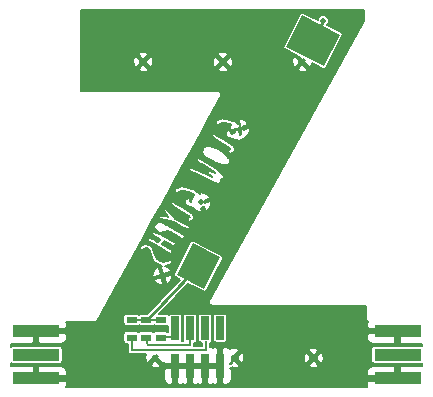
<source format=gbl>
G04 #@! TF.FileFunction,Copper,L2,Bot,Signal*
%FSLAX46Y46*%
G04 Gerber Fmt 4.6, Leading zero omitted, Abs format (unit mm)*
G04 Created by KiCad (PCBNEW 4.0.0-rc2-stable) date 3/3/2016 3:49:37 PM*
%MOMM*%
G01*
G04 APERTURE LIST*
%ADD10C,0.150000*%
%ADD11C,0.500000*%
%ADD12R,4.000000X1.000000*%
%ADD13C,0.600000*%
%ADD14R,0.760000X2.000000*%
%ADD15R,0.740000X2.000000*%
%ADD16R,0.900000X0.600000*%
%ADD17R,0.900000X0.200000*%
%ADD18R,3.800000X0.200000*%
%ADD19R,6.500000X0.200000*%
%ADD20R,0.200000X0.400000*%
%ADD21R,0.200000X0.800000*%
%ADD22R,2.000000X0.200000*%
%ADD23C,0.254000*%
%ADD24C,0.152400*%
G04 APERTURE END LIST*
D10*
D11*
X72509650Y-48461530D03*
X65807570Y-48461530D03*
X59105486Y-48461530D03*
X71561267Y-23398832D03*
X64830520Y-23398115D03*
X58099772Y-23397397D03*
X59715099Y-41478855D03*
X63000301Y-35286884D03*
X66285511Y-29094919D03*
D12*
X79618670Y-50192207D03*
X79618670Y-48192207D03*
X79618670Y-46192207D03*
D13*
X78618670Y-50192207D03*
X78618670Y-48192207D03*
X78618670Y-46192207D03*
D12*
X49020840Y-46192207D03*
X49020840Y-48192207D03*
X49020840Y-50192207D03*
D13*
X50020840Y-46192207D03*
X50020840Y-48192207D03*
X50020840Y-50192207D03*
D10*
G36*
X60925410Y-41428919D02*
X62284980Y-38754678D01*
X64602656Y-39932973D01*
X63243086Y-42607214D01*
X60925410Y-41428919D01*
X60925410Y-41428919D01*
G37*
G36*
X70177974Y-22126068D02*
X71537544Y-19451827D01*
X74746634Y-21083312D01*
X73387064Y-23757553D01*
X70177974Y-22126068D01*
X70177974Y-22126068D01*
G37*
D11*
X73323365Y-19911003D03*
D14*
X60791940Y-49128200D03*
X62061940Y-49128200D03*
X63331940Y-49128200D03*
X64601940Y-49128200D03*
X60791940Y-45928200D03*
X62061940Y-45928200D03*
X63331940Y-45928200D03*
D15*
X64601940Y-45928200D03*
D16*
X59596940Y-45228200D03*
X59596940Y-46728200D03*
X58346940Y-46728200D03*
X58346940Y-45228200D03*
X57096940Y-45228200D03*
X57096940Y-46728200D03*
D17*
X60246940Y-46678200D03*
D18*
X60246940Y-47328200D03*
D19*
X60246940Y-47778200D03*
D20*
X58446940Y-47128200D03*
X62046940Y-47128200D03*
D21*
X63396940Y-47328200D03*
X57096940Y-47328200D03*
D22*
X58396940Y-45228200D03*
D23*
X72460000Y-21600000D02*
X73320000Y-19910000D01*
X72460000Y-21600000D02*
X73320000Y-19910000D01*
X72460000Y-21600000D02*
X73320000Y-19910000D01*
X72460000Y-21600000D02*
X73320000Y-19910000D01*
X72460000Y-21600000D02*
X73320000Y-19910000D01*
X72460000Y-21600000D02*
X73320000Y-19910000D01*
X72460000Y-21600000D02*
X73320000Y-19910000D01*
X72460000Y-21600000D02*
X73320000Y-19910000D01*
X72460000Y-21600000D02*
X73320000Y-19910000D01*
X62760000Y-40680000D02*
X58400000Y-45230000D01*
X62760000Y-40680000D02*
X58400000Y-45230000D01*
X62760000Y-40680000D02*
X58400000Y-45230000D01*
X62760000Y-40680000D02*
X58400000Y-45230000D01*
X62760000Y-40680000D02*
X58400000Y-45230000D01*
X62760000Y-40680000D02*
X58400000Y-45230000D01*
X62760000Y-40680000D02*
X58400000Y-45230000D01*
X62760000Y-40680000D02*
X58400000Y-45230000D01*
X62760000Y-40680000D02*
X58400000Y-45230000D01*
D24*
G36*
X76811400Y-19908048D02*
X63696242Y-43605092D01*
X63691417Y-43620198D01*
X63682607Y-43633384D01*
X63675013Y-43671563D01*
X63663170Y-43708644D01*
X63664494Y-43724447D01*
X63661400Y-43740000D01*
X63668994Y-43778178D01*
X63672243Y-43816968D01*
X63679513Y-43831061D01*
X63682607Y-43846616D01*
X63704233Y-43878982D01*
X63722079Y-43913576D01*
X63734190Y-43923815D01*
X63743000Y-43937000D01*
X63775365Y-43958625D01*
X63805092Y-43983758D01*
X63820198Y-43988583D01*
X63833384Y-43997393D01*
X63871563Y-44004987D01*
X63908644Y-44016830D01*
X63924447Y-44015506D01*
X63940000Y-44018600D01*
X76951400Y-44018600D01*
X76951400Y-45150000D01*
X76972607Y-45256616D01*
X77033000Y-45347000D01*
X77108445Y-45397411D01*
X77034470Y-45576002D01*
X77034470Y-45868357D01*
X77180520Y-46014407D01*
X77750750Y-46014407D01*
X77719258Y-46130540D01*
X77750052Y-46370007D01*
X77180520Y-46370007D01*
X77034470Y-46516057D01*
X77034470Y-46808412D01*
X77123409Y-47023130D01*
X77287748Y-47187468D01*
X77502466Y-47276407D01*
X79294820Y-47276407D01*
X79440870Y-47130357D01*
X79440870Y-46538605D01*
X79518082Y-46253874D01*
X79484716Y-45994407D01*
X79796470Y-45994407D01*
X79796470Y-46014407D01*
X79816470Y-46014407D01*
X79816470Y-46370007D01*
X79796470Y-46370007D01*
X79796470Y-47130357D01*
X79942520Y-47276407D01*
X81651400Y-47276407D01*
X81651400Y-47465757D01*
X81618670Y-47459129D01*
X77618670Y-47459129D01*
X77533956Y-47475069D01*
X77456152Y-47525135D01*
X77403955Y-47601527D01*
X77385592Y-47692207D01*
X77385592Y-48692207D01*
X77401532Y-48776921D01*
X77451598Y-48854725D01*
X77527990Y-48906922D01*
X77618670Y-48925285D01*
X81618670Y-48925285D01*
X81651400Y-48919126D01*
X81651400Y-49108007D01*
X79942520Y-49108007D01*
X79796470Y-49254057D01*
X79796470Y-50014407D01*
X79816470Y-50014407D01*
X79816470Y-50370007D01*
X79796470Y-50370007D01*
X79796470Y-50390007D01*
X79481166Y-50390007D01*
X79518082Y-50253874D01*
X79473217Y-49904990D01*
X79440870Y-49826897D01*
X79440870Y-49254057D01*
X79294820Y-49108007D01*
X77502466Y-49108007D01*
X77287748Y-49196946D01*
X77123409Y-49361284D01*
X77034470Y-49576002D01*
X77034470Y-49868357D01*
X77180520Y-50014407D01*
X77750750Y-50014407D01*
X77719258Y-50130540D01*
X77750052Y-50370007D01*
X77180520Y-50370007D01*
X77034470Y-50516057D01*
X77034470Y-50808412D01*
X77064703Y-50881400D01*
X51574807Y-50881400D01*
X51605040Y-50808412D01*
X51605040Y-50516057D01*
X51458990Y-50370007D01*
X50888760Y-50370007D01*
X50920252Y-50253874D01*
X50889458Y-50014407D01*
X51458990Y-50014407D01*
X51605040Y-49868357D01*
X51605040Y-49576002D01*
X51553698Y-49452050D01*
X59827740Y-49452050D01*
X59827740Y-50244404D01*
X59916679Y-50459122D01*
X60081017Y-50623461D01*
X60295735Y-50712400D01*
X60468090Y-50712400D01*
X60614140Y-50566350D01*
X60614140Y-49306000D01*
X60969740Y-49306000D01*
X60969740Y-50566350D01*
X61115790Y-50712400D01*
X61288145Y-50712400D01*
X61426940Y-50654909D01*
X61565735Y-50712400D01*
X61738090Y-50712400D01*
X61884140Y-50566350D01*
X61884140Y-49306000D01*
X62239740Y-49306000D01*
X62239740Y-50566350D01*
X62385790Y-50712400D01*
X62558145Y-50712400D01*
X62696940Y-50654909D01*
X62835735Y-50712400D01*
X63008090Y-50712400D01*
X63154140Y-50566350D01*
X63154140Y-49306000D01*
X63509740Y-49306000D01*
X63509740Y-50566350D01*
X63655790Y-50712400D01*
X63828145Y-50712400D01*
X63966940Y-50654909D01*
X64105735Y-50712400D01*
X64278090Y-50712400D01*
X64424140Y-50566350D01*
X64424140Y-49306000D01*
X63509740Y-49306000D01*
X63154140Y-49306000D01*
X62239740Y-49306000D01*
X61884140Y-49306000D01*
X60969740Y-49306000D01*
X60614140Y-49306000D01*
X59973790Y-49306000D01*
X59827740Y-49452050D01*
X51553698Y-49452050D01*
X51516101Y-49361284D01*
X51351762Y-49196946D01*
X51137044Y-49108007D01*
X49344690Y-49108007D01*
X49198640Y-49254057D01*
X49198640Y-49845809D01*
X49121428Y-50130540D01*
X49154794Y-50390007D01*
X48843040Y-50390007D01*
X48843040Y-50370007D01*
X48823040Y-50370007D01*
X48823040Y-50014407D01*
X48843040Y-50014407D01*
X48843040Y-49254057D01*
X48696990Y-49108007D01*
X46908600Y-49108007D01*
X46908600Y-49040166D01*
X58703627Y-49040166D01*
X58712105Y-49215636D01*
X59030633Y-49308774D01*
X59360557Y-49272926D01*
X59498867Y-49215636D01*
X59507345Y-49040166D01*
X59105486Y-48638307D01*
X58703627Y-49040166D01*
X46908600Y-49040166D01*
X46908600Y-48892191D01*
X46930160Y-48906922D01*
X47020840Y-48925285D01*
X51020840Y-48925285D01*
X51105554Y-48909345D01*
X51183358Y-48859279D01*
X51235555Y-48782887D01*
X51253918Y-48692207D01*
X51253918Y-47692207D01*
X51237978Y-47607493D01*
X51187912Y-47529689D01*
X51111520Y-47477492D01*
X51020840Y-47459129D01*
X47020840Y-47459129D01*
X46936126Y-47475069D01*
X46908600Y-47492782D01*
X46908600Y-47276407D01*
X48696990Y-47276407D01*
X48843040Y-47130357D01*
X48843040Y-46370007D01*
X48823040Y-46370007D01*
X48823040Y-46014407D01*
X48843040Y-46014407D01*
X48843040Y-45994407D01*
X49158344Y-45994407D01*
X49121428Y-46130540D01*
X49166293Y-46479424D01*
X49198640Y-46557517D01*
X49198640Y-47130357D01*
X49344690Y-47276407D01*
X51137044Y-47276407D01*
X51351762Y-47187468D01*
X51516101Y-47023130D01*
X51605040Y-46808412D01*
X51605040Y-46516057D01*
X51458990Y-46370007D01*
X50888760Y-46370007D01*
X50920252Y-46253874D01*
X50889458Y-46014407D01*
X51458990Y-46014407D01*
X51605040Y-45868357D01*
X51605040Y-45576002D01*
X51543984Y-45428600D01*
X53950000Y-45428600D01*
X53988349Y-45420972D01*
X54027304Y-45417660D01*
X54041232Y-45410453D01*
X54056616Y-45407393D01*
X54089126Y-45385670D01*
X54123849Y-45367703D01*
X54133960Y-45355713D01*
X54147000Y-45347000D01*
X54168722Y-45314491D01*
X54193927Y-45284602D01*
X54390594Y-44928200D01*
X56413862Y-44928200D01*
X56413862Y-45528200D01*
X56429802Y-45612914D01*
X56479868Y-45690718D01*
X56556260Y-45742915D01*
X56646940Y-45761278D01*
X57546940Y-45761278D01*
X57631654Y-45745338D01*
X57709458Y-45695272D01*
X57721478Y-45677680D01*
X57729868Y-45690718D01*
X57806260Y-45742915D01*
X57896940Y-45761278D01*
X58796940Y-45761278D01*
X58881654Y-45745338D01*
X58959458Y-45695272D01*
X58971478Y-45677680D01*
X58979868Y-45690718D01*
X59056260Y-45742915D01*
X59146940Y-45761278D01*
X60046940Y-45761278D01*
X60131654Y-45745338D01*
X60178862Y-45714960D01*
X60178862Y-46241665D01*
X60137620Y-46213485D01*
X60046940Y-46195122D01*
X59146940Y-46195122D01*
X59062226Y-46211062D01*
X58984422Y-46261128D01*
X58972402Y-46278720D01*
X58964012Y-46265682D01*
X58887620Y-46213485D01*
X58796940Y-46195122D01*
X57896940Y-46195122D01*
X57812226Y-46211062D01*
X57734422Y-46261128D01*
X57722402Y-46278720D01*
X57714012Y-46265682D01*
X57637620Y-46213485D01*
X57546940Y-46195122D01*
X56646940Y-46195122D01*
X56562226Y-46211062D01*
X56484422Y-46261128D01*
X56432225Y-46337520D01*
X56413862Y-46428200D01*
X56413862Y-47028200D01*
X56429802Y-47112914D01*
X56479868Y-47190718D01*
X56556260Y-47242915D01*
X56646940Y-47261278D01*
X56763862Y-47261278D01*
X56763862Y-47878200D01*
X56779802Y-47962914D01*
X56829868Y-48040718D01*
X56906260Y-48092915D01*
X56996940Y-48111278D01*
X58338769Y-48111278D01*
X58258242Y-48386677D01*
X58294090Y-48716601D01*
X58351380Y-48854911D01*
X58526850Y-48863389D01*
X58928709Y-48461530D01*
X58877232Y-48410053D01*
X59054009Y-48233276D01*
X59105486Y-48284753D01*
X59156964Y-48233276D01*
X59333741Y-48410053D01*
X59282263Y-48461530D01*
X59684122Y-48863389D01*
X59859592Y-48854911D01*
X59863825Y-48840435D01*
X59973790Y-48950400D01*
X60614140Y-48950400D01*
X60614140Y-48930400D01*
X60969740Y-48930400D01*
X60969740Y-48950400D01*
X61884140Y-48950400D01*
X61884140Y-48930400D01*
X62239740Y-48930400D01*
X62239740Y-48950400D01*
X63154140Y-48950400D01*
X63154140Y-48930400D01*
X63509740Y-48930400D01*
X63509740Y-48950400D01*
X64424140Y-48950400D01*
X64424140Y-47690050D01*
X64779740Y-47690050D01*
X64779740Y-48950400D01*
X64799740Y-48950400D01*
X64799740Y-49306000D01*
X64779740Y-49306000D01*
X64779740Y-50566350D01*
X64925790Y-50712400D01*
X65098145Y-50712400D01*
X65312863Y-50623461D01*
X65477201Y-50459122D01*
X65566140Y-50244404D01*
X65566140Y-49452050D01*
X65420092Y-49306002D01*
X65566140Y-49306002D01*
X65566140Y-49260067D01*
X65732717Y-49308774D01*
X66062641Y-49272926D01*
X66200951Y-49215636D01*
X66209429Y-49040166D01*
X72107791Y-49040166D01*
X72116269Y-49215636D01*
X72434797Y-49308774D01*
X72764721Y-49272926D01*
X72903031Y-49215636D01*
X72911509Y-49040166D01*
X72509650Y-48638307D01*
X72107791Y-49040166D01*
X66209429Y-49040166D01*
X65807570Y-48638307D01*
X65495479Y-48950398D01*
X65420092Y-48950398D01*
X65566140Y-48804350D01*
X65566140Y-48526183D01*
X65630793Y-48461530D01*
X65984347Y-48461530D01*
X66386206Y-48863389D01*
X66561676Y-48854911D01*
X66654814Y-48536383D01*
X66638548Y-48386677D01*
X71662406Y-48386677D01*
X71698254Y-48716601D01*
X71755544Y-48854911D01*
X71931014Y-48863389D01*
X72332873Y-48461530D01*
X72686427Y-48461530D01*
X73088286Y-48863389D01*
X73263756Y-48854911D01*
X73356894Y-48536383D01*
X73321046Y-48206459D01*
X73263756Y-48068149D01*
X73088286Y-48059671D01*
X72686427Y-48461530D01*
X72332873Y-48461530D01*
X71931014Y-48059671D01*
X71755544Y-48068149D01*
X71662406Y-48386677D01*
X66638548Y-48386677D01*
X66618966Y-48206459D01*
X66561676Y-48068149D01*
X66386206Y-48059671D01*
X65984347Y-48461530D01*
X65630793Y-48461530D01*
X65579316Y-48410053D01*
X65756093Y-48233276D01*
X65807570Y-48284753D01*
X66209429Y-47882894D01*
X72107791Y-47882894D01*
X72509650Y-48284753D01*
X72911509Y-47882894D01*
X72903031Y-47707424D01*
X72584503Y-47614286D01*
X72254579Y-47650134D01*
X72116269Y-47707424D01*
X72107791Y-47882894D01*
X66209429Y-47882894D01*
X66200951Y-47707424D01*
X65882423Y-47614286D01*
X65552499Y-47650134D01*
X65414189Y-47707424D01*
X65412952Y-47733029D01*
X65312863Y-47632939D01*
X65098145Y-47544000D01*
X64925790Y-47544000D01*
X64779740Y-47690050D01*
X64424140Y-47690050D01*
X64278090Y-47544000D01*
X64105735Y-47544000D01*
X63966940Y-47601491D01*
X63828145Y-47544000D01*
X63730018Y-47544000D01*
X63730018Y-47157876D01*
X63796654Y-47145338D01*
X63874458Y-47095272D01*
X63926655Y-47018880D01*
X63945018Y-46928200D01*
X63945018Y-44928200D01*
X63998862Y-44928200D01*
X63998862Y-46928200D01*
X64014802Y-47012914D01*
X64064868Y-47090718D01*
X64141260Y-47142915D01*
X64231940Y-47161278D01*
X64971940Y-47161278D01*
X65056654Y-47145338D01*
X65134458Y-47095272D01*
X65186655Y-47018880D01*
X65205018Y-46928200D01*
X65205018Y-44928200D01*
X65189078Y-44843486D01*
X65139012Y-44765682D01*
X65062620Y-44713485D01*
X64971940Y-44695122D01*
X64231940Y-44695122D01*
X64147226Y-44711062D01*
X64069422Y-44761128D01*
X64017225Y-44837520D01*
X63998862Y-44928200D01*
X63945018Y-44928200D01*
X63929078Y-44843486D01*
X63879012Y-44765682D01*
X63802620Y-44713485D01*
X63711940Y-44695122D01*
X62951940Y-44695122D01*
X62867226Y-44711062D01*
X62789422Y-44761128D01*
X62737225Y-44837520D01*
X62718862Y-44928200D01*
X62718862Y-46928200D01*
X62734802Y-47012914D01*
X62784868Y-47090718D01*
X62861260Y-47142915D01*
X62951940Y-47161278D01*
X63063862Y-47161278D01*
X63063862Y-47445122D01*
X62376591Y-47445122D01*
X62380018Y-47428200D01*
X62380018Y-47161278D01*
X62441940Y-47161278D01*
X62526654Y-47145338D01*
X62604458Y-47095272D01*
X62656655Y-47018880D01*
X62675018Y-46928200D01*
X62675018Y-44928200D01*
X62659078Y-44843486D01*
X62609012Y-44765682D01*
X62532620Y-44713485D01*
X62441940Y-44695122D01*
X61681940Y-44695122D01*
X61597226Y-44711062D01*
X61519422Y-44761128D01*
X61467225Y-44837520D01*
X61448862Y-44928200D01*
X61448862Y-46928200D01*
X61461454Y-46995122D01*
X61391466Y-46995122D01*
X61405018Y-46928200D01*
X61405018Y-44928200D01*
X61389078Y-44843486D01*
X61339012Y-44765682D01*
X61262620Y-44713485D01*
X61171940Y-44695122D01*
X60411940Y-44695122D01*
X60327226Y-44711062D01*
X60249422Y-44761128D01*
X60229677Y-44790026D01*
X60214012Y-44765682D01*
X60137620Y-44713485D01*
X60046940Y-44695122D01*
X59405049Y-44695122D01*
X61839161Y-42154936D01*
X63137457Y-42814983D01*
X63220196Y-42839165D01*
X63312242Y-42829796D01*
X63393390Y-42785354D01*
X63450855Y-42712843D01*
X64810425Y-40038602D01*
X64834607Y-39955863D01*
X64825238Y-39863817D01*
X64780796Y-39782669D01*
X64708285Y-39725204D01*
X62390609Y-38546909D01*
X62307870Y-38522727D01*
X62215824Y-38532096D01*
X62134676Y-38576538D01*
X62077211Y-38649049D01*
X60717641Y-41323290D01*
X60693459Y-41406029D01*
X60702828Y-41498075D01*
X60747270Y-41579223D01*
X60819781Y-41636688D01*
X61176819Y-41818204D01*
X58420036Y-44695122D01*
X57896940Y-44695122D01*
X57812226Y-44711062D01*
X57734422Y-44761128D01*
X57722402Y-44778720D01*
X57714012Y-44765682D01*
X57637620Y-44713485D01*
X57546940Y-44695122D01*
X56646940Y-44695122D01*
X56562226Y-44711062D01*
X56484422Y-44761128D01*
X56432225Y-44837520D01*
X56413862Y-44928200D01*
X54390594Y-44928200D01*
X56028137Y-41960639D01*
X59014165Y-41960639D01*
X59251891Y-42192202D01*
X59560136Y-42315163D01*
X59709166Y-42329378D01*
X59798894Y-42178347D01*
X59632247Y-41635014D01*
X59088914Y-41801661D01*
X59014165Y-41960639D01*
X56028137Y-41960639D01*
X56297267Y-41472922D01*
X58864576Y-41472922D01*
X59015607Y-41562650D01*
X59018681Y-41561707D01*
X59871258Y-41561707D01*
X60037905Y-42105040D01*
X60196883Y-42179789D01*
X60428446Y-41942063D01*
X60551407Y-41633818D01*
X60565622Y-41484788D01*
X60414591Y-41395060D01*
X59871258Y-41561707D01*
X59018681Y-41561707D01*
X59558940Y-41396003D01*
X59392293Y-40852670D01*
X59233315Y-40777921D01*
X59001752Y-41015647D01*
X58878791Y-41323892D01*
X58864576Y-41472922D01*
X56297267Y-41472922D01*
X57558025Y-39188175D01*
X57804240Y-39188175D01*
X57813389Y-39217006D01*
X57863389Y-39307006D01*
X57872091Y-39319528D01*
X57895922Y-39338155D01*
X57955922Y-39368155D01*
X57977225Y-39375122D01*
X58007458Y-39374173D01*
X58034940Y-39361537D01*
X58055341Y-39339205D01*
X58131843Y-39211702D01*
X58225891Y-39175530D01*
X58407944Y-39166861D01*
X58459743Y-39186285D01*
X58537208Y-39256004D01*
X58727758Y-39675214D01*
X58816075Y-40028481D01*
X58830256Y-40057298D01*
X59020256Y-40297298D01*
X59030779Y-40308170D01*
X59160779Y-40418170D01*
X59172194Y-40426160D01*
X59312194Y-40506160D01*
X59313874Y-40507092D01*
X59443874Y-40577092D01*
X59456776Y-40582575D01*
X59701661Y-40660938D01*
X59631304Y-40779363D01*
X59797951Y-41322696D01*
X60341284Y-41156049D01*
X60416033Y-40997071D01*
X60178307Y-40765508D01*
X59929357Y-40666200D01*
X59980000Y-40666200D01*
X60003224Y-40662575D01*
X60253224Y-40582575D01*
X60266126Y-40577092D01*
X60396126Y-40507092D01*
X60424287Y-40480910D01*
X60494287Y-40370910D01*
X60502290Y-40354097D01*
X60522290Y-40294097D01*
X60526193Y-40271053D01*
X60520599Y-40241327D01*
X60503882Y-40216118D01*
X60463882Y-40176118D01*
X60444078Y-40161845D01*
X60384078Y-40131845D01*
X60347501Y-40123841D01*
X60318068Y-40130813D01*
X60067727Y-40246355D01*
X59772030Y-40292558D01*
X59606954Y-40257805D01*
X59527699Y-40213774D01*
X59412938Y-40146830D01*
X59290034Y-40050263D01*
X59030652Y-39550712D01*
X58902636Y-39146969D01*
X58881685Y-39114008D01*
X58751685Y-38994008D01*
X58741396Y-38986025D01*
X58571396Y-38876025D01*
X58547649Y-38865872D01*
X58337649Y-38815872D01*
X58300959Y-38816217D01*
X57990959Y-38896217D01*
X57975052Y-38902287D01*
X57951462Y-38921218D01*
X57851462Y-39041218D01*
X57837710Y-39065903D01*
X57807710Y-39155903D01*
X57804240Y-39188175D01*
X57558025Y-39188175D01*
X57949324Y-38479061D01*
X58484589Y-38479061D01*
X58486275Y-38509262D01*
X58499577Y-38536427D01*
X58522400Y-38556277D01*
X59561789Y-39145931D01*
X60219462Y-39534555D01*
X60307732Y-39593402D01*
X60321700Y-39600750D01*
X60371700Y-39620750D01*
X60407368Y-39625843D01*
X60436295Y-39617001D01*
X60459502Y-39597602D01*
X60499502Y-39547602D01*
X60503402Y-39542268D01*
X60543402Y-39482268D01*
X60550750Y-39468300D01*
X60570750Y-39418300D01*
X60575843Y-39382632D01*
X60567001Y-39353705D01*
X60547602Y-39330498D01*
X60497602Y-39290498D01*
X60486577Y-39283153D01*
X59957276Y-38993535D01*
X59634501Y-38807940D01*
X59729808Y-38687217D01*
X59735020Y-38679734D01*
X59807061Y-38561849D01*
X60143278Y-38746768D01*
X60150163Y-38750116D01*
X60620163Y-38950116D01*
X60644073Y-38955969D01*
X60674097Y-38952290D01*
X60734097Y-38932290D01*
X60759528Y-38917909D01*
X60778155Y-38894078D01*
X60808155Y-38834078D01*
X60812290Y-38824097D01*
X60832290Y-38764097D01*
X60835329Y-38728512D01*
X60824925Y-38700110D01*
X60804290Y-38677994D01*
X60734290Y-38627994D01*
X60724738Y-38622179D01*
X59494738Y-37992179D01*
X59490948Y-37990368D01*
X58950948Y-37750368D01*
X58933564Y-37745017D01*
X58903323Y-37745647D01*
X58875710Y-37757994D01*
X58805710Y-37807994D01*
X58781845Y-37835922D01*
X58771845Y-37855922D01*
X58763826Y-37891993D01*
X58770603Y-37921472D01*
X58788315Y-37945992D01*
X58918315Y-38065992D01*
X58929614Y-38074617D01*
X59249614Y-38274617D01*
X59256810Y-38278592D01*
X59489756Y-38391308D01*
X59465713Y-38429090D01*
X59464659Y-38430795D01*
X59411149Y-38519979D01*
X59306787Y-38608285D01*
X59294045Y-38610408D01*
X59087495Y-38493663D01*
X59081407Y-38490574D01*
X58661407Y-38300574D01*
X58641846Y-38294726D01*
X58611627Y-38296048D01*
X58584304Y-38309022D01*
X58564180Y-38331605D01*
X58494180Y-38451605D01*
X58484589Y-38479061D01*
X57949324Y-38479061D01*
X58610983Y-37280000D01*
X59013800Y-37280000D01*
X59013800Y-37400000D01*
X59024055Y-37438179D01*
X59134055Y-37628179D01*
X59149584Y-37647138D01*
X59319584Y-37797138D01*
X59344371Y-37811761D01*
X59484371Y-37861761D01*
X59526104Y-37864479D01*
X59896104Y-37784479D01*
X59917495Y-37776337D01*
X60113143Y-37665753D01*
X60437462Y-37818904D01*
X60453470Y-37824385D01*
X60525124Y-37840308D01*
X60640779Y-37938170D01*
X60650526Y-37945178D01*
X61360526Y-38375178D01*
X61375903Y-38382290D01*
X61435903Y-38402290D01*
X61469733Y-38405576D01*
X61498370Y-38395835D01*
X61520960Y-38375720D01*
X61550960Y-38335720D01*
X61553402Y-38332268D01*
X61613402Y-38242268D01*
X61624162Y-38217503D01*
X61625129Y-38187271D01*
X61614258Y-38159044D01*
X61593261Y-38137271D01*
X61014742Y-37738292D01*
X60806180Y-37579388D01*
X60789646Y-37569803D01*
X60760000Y-37563800D01*
X60740545Y-37563800D01*
X60739190Y-37558076D01*
X60721319Y-37533672D01*
X60695361Y-37518144D01*
X60532973Y-37460831D01*
X60099854Y-37195053D01*
X60088300Y-37189250D01*
X60047657Y-37172993D01*
X60015720Y-37149040D01*
X59983817Y-37135063D01*
X59953574Y-37135592D01*
X59933137Y-37144647D01*
X59931006Y-37132350D01*
X59914654Y-37106903D01*
X59889691Y-37089822D01*
X59629691Y-36979822D01*
X59597374Y-36973845D01*
X59307374Y-36983845D01*
X59268794Y-36995902D01*
X59128794Y-37085902D01*
X59107994Y-37105710D01*
X59057994Y-37175710D01*
X59051845Y-37185922D01*
X59021845Y-37245922D01*
X59013800Y-37280000D01*
X58610983Y-37280000D01*
X59018543Y-36541419D01*
X59393813Y-36541419D01*
X59400368Y-36570948D01*
X59440368Y-36660948D01*
X59469636Y-36694631D01*
X59497961Y-36705243D01*
X59994961Y-36784763D01*
X60682163Y-36951655D01*
X60872502Y-37056341D01*
X61491737Y-37415897D01*
X61502382Y-37421019D01*
X61862382Y-37561019D01*
X61906107Y-37564478D01*
X61933814Y-37552344D01*
X61954617Y-37530386D01*
X62004617Y-37450386D01*
X62015612Y-37419451D01*
X62025612Y-37339451D01*
X62022288Y-37305898D01*
X62007216Y-37279673D01*
X61983128Y-37261378D01*
X61115098Y-36842329D01*
X60784597Y-36658717D01*
X60773268Y-36619066D01*
X60757177Y-36589629D01*
X60387177Y-36169629D01*
X60384635Y-36166883D01*
X60034635Y-35806883D01*
X60014078Y-35791845D01*
X59954078Y-35761845D01*
X59912632Y-35754157D01*
X59883705Y-35762999D01*
X59860498Y-35782398D01*
X59820498Y-35832398D01*
X59809803Y-35850354D01*
X59803800Y-35880000D01*
X59803800Y-35950000D01*
X59806514Y-35970156D01*
X59820146Y-35997158D01*
X60080146Y-36327158D01*
X60084161Y-36331850D01*
X60225496Y-36484057D01*
X60013805Y-36445061D01*
X60008415Y-36444266D01*
X59558415Y-36394266D01*
X59529066Y-36396732D01*
X59459066Y-36416732D01*
X59438612Y-36426020D01*
X59416981Y-36447163D01*
X59405280Y-36475056D01*
X59395280Y-36525056D01*
X59393813Y-36541419D01*
X59018543Y-36541419D01*
X59657214Y-35384018D01*
X60413906Y-35384018D01*
X60421464Y-35413306D01*
X60439822Y-35437346D01*
X60679822Y-35647346D01*
X60689614Y-35654617D01*
X60929614Y-35804617D01*
X60931132Y-35805542D01*
X61787584Y-36313438D01*
X62011115Y-36481087D01*
X61996966Y-36506555D01*
X61841714Y-36690917D01*
X61827200Y-36717491D01*
X61824179Y-36747588D01*
X61833104Y-36776489D01*
X61893104Y-36886489D01*
X61905379Y-36903132D01*
X61930354Y-36920197D01*
X61960000Y-36926200D01*
X62040000Y-36926200D01*
X62080690Y-36914426D01*
X62270690Y-36794426D01*
X62299811Y-36760542D01*
X62369811Y-36600542D01*
X62375065Y-36583103D01*
X62374249Y-36552866D01*
X62314249Y-36292866D01*
X62304925Y-36270110D01*
X62284290Y-36247994D01*
X62144290Y-36147994D01*
X62143464Y-36147412D01*
X61783464Y-35897412D01*
X61780108Y-35895210D01*
X61360108Y-35635210D01*
X61358796Y-35634416D01*
X60648796Y-35214416D01*
X60634097Y-35207710D01*
X60574097Y-35187710D01*
X60551053Y-35183807D01*
X60521327Y-35189401D01*
X60496118Y-35206118D01*
X60456118Y-35246118D01*
X60437710Y-35275903D01*
X60427710Y-35305903D01*
X60425280Y-35315056D01*
X60415280Y-35365056D01*
X60413906Y-35384018D01*
X59657214Y-35384018D01*
X60245749Y-34317473D01*
X60764837Y-34317473D01*
X60770368Y-34360948D01*
X60810368Y-34450948D01*
X60830146Y-34477628D01*
X60856494Y-34492484D01*
X60886546Y-34495918D01*
X60915567Y-34487390D01*
X61261703Y-34304707D01*
X61483998Y-34286923D01*
X61962094Y-34401666D01*
X62221010Y-34545509D01*
X62326968Y-34612936D01*
X62423369Y-34683630D01*
X62286954Y-34823676D01*
X62163993Y-35131921D01*
X62156443Y-35211073D01*
X62107232Y-35183515D01*
X62104078Y-35181845D01*
X62076985Y-35168299D01*
X62044565Y-35014302D01*
X62033605Y-34988038D01*
X62012268Y-34966598D01*
X61982268Y-34946598D01*
X61952527Y-34934837D01*
X61892527Y-34924837D01*
X61849052Y-34930368D01*
X61759052Y-34970368D01*
X61742013Y-34980808D01*
X61722765Y-35004141D01*
X61643291Y-35153155D01*
X61603840Y-35222194D01*
X61594024Y-35265844D01*
X61604024Y-35395844D01*
X61620498Y-35437602D01*
X61660498Y-35487602D01*
X61675534Y-35501881D01*
X61703112Y-35514305D01*
X61917377Y-35563002D01*
X62320841Y-35722996D01*
X62299367Y-35768668D01*
X62537093Y-36000231D01*
X62845338Y-36123192D01*
X62994368Y-36137407D01*
X63084096Y-35986376D01*
X63001606Y-35717428D01*
X63118300Y-35670750D01*
X63151448Y-35645062D01*
X63214525Y-35559049D01*
X63323107Y-35913069D01*
X63482085Y-35987818D01*
X63713648Y-35750092D01*
X63836609Y-35441847D01*
X63850824Y-35292817D01*
X63699793Y-35203089D01*
X63324021Y-35318343D01*
X63295560Y-35100144D01*
X63285554Y-35071153D01*
X63284297Y-35069032D01*
X63626486Y-34964078D01*
X63701235Y-34805100D01*
X63463509Y-34573537D01*
X63155264Y-34450576D01*
X63006234Y-34436361D01*
X62916506Y-34587392D01*
X62919781Y-34598070D01*
X62793020Y-34475270D01*
X62787945Y-34470774D01*
X62577945Y-34300774D01*
X62572268Y-34296598D01*
X62542268Y-34276598D01*
X62532342Y-34271004D01*
X62212342Y-34121004D01*
X62202022Y-34117052D01*
X61672022Y-33957052D01*
X61653713Y-33953890D01*
X61243713Y-33933890D01*
X61208830Y-33940467D01*
X60918830Y-34070467D01*
X60889602Y-34093540D01*
X60789602Y-34223540D01*
X60774837Y-34257473D01*
X60764837Y-34317473D01*
X60245749Y-34317473D01*
X61221214Y-32549733D01*
X61954424Y-32549733D01*
X61964165Y-32578370D01*
X61984280Y-32600960D01*
X62024280Y-32630960D01*
X62036924Y-32638647D01*
X63136924Y-33168647D01*
X63139899Y-33170003D01*
X64139899Y-33600003D01*
X64147901Y-33602925D01*
X64477901Y-33702925D01*
X64518481Y-33703925D01*
X64558481Y-33693925D01*
X64593882Y-33673882D01*
X64693882Y-33573882D01*
X64707678Y-33555016D01*
X64715969Y-33525927D01*
X64712290Y-33495903D01*
X64661108Y-33342356D01*
X64759929Y-33355532D01*
X64798673Y-33350599D01*
X64823882Y-33333882D01*
X64853882Y-33303882D01*
X64863402Y-33292268D01*
X64903402Y-33232268D01*
X64914720Y-33204944D01*
X64924720Y-33154944D01*
X64926148Y-33137180D01*
X64919051Y-33107776D01*
X64849051Y-32957776D01*
X64831417Y-32933762D01*
X64481417Y-32613762D01*
X64473600Y-32607506D01*
X64043600Y-32307506D01*
X64039599Y-32304897D01*
X63069599Y-31714897D01*
X63062342Y-31711004D01*
X62742342Y-31561004D01*
X62720265Y-31554495D01*
X62690080Y-31556450D01*
X62663035Y-31569994D01*
X62643389Y-31592994D01*
X62593389Y-31682994D01*
X62585571Y-31703667D01*
X62585080Y-31733910D01*
X62596395Y-31761962D01*
X62617732Y-31783402D01*
X62695052Y-31834948D01*
X62726598Y-31882268D01*
X62754801Y-31907583D01*
X63233245Y-32156772D01*
X63539703Y-32334716D01*
X63955608Y-32611986D01*
X64199791Y-32799484D01*
X64183335Y-32791478D01*
X64175098Y-32788052D01*
X63745098Y-32638052D01*
X63721455Y-32633814D01*
X63691700Y-32639250D01*
X63641700Y-32659250D01*
X63628038Y-32666395D01*
X63606598Y-32687732D01*
X63586598Y-32717732D01*
X63575280Y-32745056D01*
X63565280Y-32795056D01*
X63564862Y-32822676D01*
X63575713Y-32850910D01*
X63645713Y-32960910D01*
X63664214Y-32980910D01*
X63691519Y-32993925D01*
X63731519Y-33003925D01*
X63739224Y-33005434D01*
X63787825Y-33012377D01*
X63917186Y-33120178D01*
X63363261Y-32851442D01*
X63360833Y-32850317D01*
X62230833Y-32350317D01*
X62200000Y-32343800D01*
X62080000Y-32343800D01*
X62056904Y-32347384D01*
X62030472Y-32362091D01*
X62011845Y-32385922D01*
X61981845Y-32445922D01*
X61977710Y-32455903D01*
X61957710Y-32515903D01*
X61954424Y-32549733D01*
X61221214Y-32549733D01*
X62092096Y-30971519D01*
X63086075Y-30971519D01*
X63087992Y-31014926D01*
X63177992Y-31274926D01*
X63185669Y-31290840D01*
X63206626Y-31312651D01*
X63336626Y-31402651D01*
X63341000Y-31405464D01*
X63810342Y-31685072D01*
X64049614Y-31834617D01*
X64059203Y-31839699D01*
X64489203Y-32029699D01*
X64499606Y-32033420D01*
X64859606Y-32133420D01*
X64882720Y-32136151D01*
X65162720Y-32126151D01*
X65191532Y-32119370D01*
X65301532Y-32069370D01*
X65333402Y-32042268D01*
X65393402Y-31952268D01*
X65400039Y-31940017D01*
X65430039Y-31870017D01*
X65435041Y-31826758D01*
X65405041Y-31656758D01*
X65396611Y-31632994D01*
X65346611Y-31542994D01*
X65322156Y-31516523D01*
X65294138Y-31505123D01*
X65276284Y-31505359D01*
X65286193Y-31471053D01*
X65280599Y-31441327D01*
X65263882Y-31416118D01*
X65023882Y-31176118D01*
X65015469Y-31168852D01*
X64625469Y-30878852D01*
X64617281Y-30873543D01*
X64207281Y-30643543D01*
X64190934Y-30636732D01*
X63700934Y-30496732D01*
X63676954Y-30493861D01*
X63426954Y-30503861D01*
X63403959Y-30508388D01*
X63293959Y-30548388D01*
X63273761Y-30559433D01*
X63253840Y-30582194D01*
X63133840Y-30792194D01*
X63126075Y-30811519D01*
X63117074Y-30847520D01*
X63086075Y-30971519D01*
X62092096Y-30971519D01*
X62865475Y-29570000D01*
X63873800Y-29570000D01*
X63873800Y-29630000D01*
X63882287Y-29664948D01*
X63901218Y-29688538D01*
X64141218Y-29888538D01*
X64149614Y-29894617D01*
X64389614Y-30044617D01*
X64390573Y-30045207D01*
X65248087Y-30563704D01*
X65465672Y-30719121D01*
X65448298Y-30745182D01*
X65300192Y-30932783D01*
X65289028Y-30952261D01*
X65283828Y-30982059D01*
X65290630Y-31011532D01*
X65340630Y-31121532D01*
X65355379Y-31143132D01*
X65380354Y-31160197D01*
X65410000Y-31166200D01*
X65490000Y-31166200D01*
X65529205Y-31155341D01*
X65729205Y-31035341D01*
X65759051Y-31002224D01*
X65829051Y-30852224D01*
X65835065Y-30833103D01*
X65834249Y-30802866D01*
X65774249Y-30542866D01*
X65763605Y-30518038D01*
X65742268Y-30496598D01*
X65593282Y-30397274D01*
X65244290Y-30147994D01*
X65240108Y-30145210D01*
X64820108Y-29885210D01*
X64819474Y-29884822D01*
X64109474Y-29454822D01*
X64082527Y-29444837D01*
X64022527Y-29434837D01*
X63991599Y-29436055D01*
X63964280Y-29449040D01*
X63924280Y-29479040D01*
X63906598Y-29497732D01*
X63886598Y-29527732D01*
X63873800Y-29570000D01*
X62865475Y-29570000D01*
X63412779Y-28578175D01*
X64214240Y-28578175D01*
X64223389Y-28607006D01*
X64273389Y-28697006D01*
X64290146Y-28717628D01*
X64316494Y-28732484D01*
X64346546Y-28735918D01*
X64375567Y-28727390D01*
X64721819Y-28544646D01*
X64933577Y-28527000D01*
X65422113Y-28651528D01*
X65539125Y-28714535D01*
X65449203Y-28939956D01*
X65434988Y-29088986D01*
X65586019Y-29178714D01*
X65993023Y-29053881D01*
X66019920Y-29080778D01*
X66047744Y-29052954D01*
X66079091Y-29076987D01*
X66327045Y-29334477D01*
X66383800Y-29447988D01*
X66383800Y-29468561D01*
X66307605Y-29593243D01*
X66244473Y-29387407D01*
X66271370Y-29360510D01*
X66220674Y-29309814D01*
X66202659Y-29251078D01*
X66171496Y-29260636D01*
X66019920Y-29109060D01*
X65734229Y-29394751D01*
X65659326Y-29417725D01*
X65637976Y-29463132D01*
X65567232Y-29423515D01*
X65564078Y-29421845D01*
X65534916Y-29407264D01*
X65493691Y-29250608D01*
X65483605Y-29228038D01*
X65462268Y-29206598D01*
X65432268Y-29186598D01*
X65404944Y-29175280D01*
X65354944Y-29165280D01*
X65331825Y-29164240D01*
X65302994Y-29173389D01*
X65212994Y-29223389D01*
X65184659Y-29250795D01*
X65094659Y-29400795D01*
X65089961Y-29409983D01*
X65059961Y-29479983D01*
X65053800Y-29510000D01*
X65053800Y-29630000D01*
X65056666Y-29650702D01*
X65070498Y-29677602D01*
X65110498Y-29727602D01*
X65125534Y-29741881D01*
X65153112Y-29754305D01*
X65367377Y-29803002D01*
X65941911Y-30030834D01*
X65963399Y-30035914D01*
X66193399Y-30055914D01*
X66227214Y-30051175D01*
X66567214Y-29921175D01*
X66600960Y-29895720D01*
X66699698Y-29764070D01*
X66767295Y-29795853D01*
X66998858Y-29558127D01*
X67121819Y-29249882D01*
X67136034Y-29100852D01*
X66985003Y-29011124D01*
X66626007Y-29121232D01*
X66574483Y-29039400D01*
X66563882Y-29026118D01*
X66451136Y-28913372D01*
X66911696Y-28772113D01*
X66986445Y-28613135D01*
X66748719Y-28381572D01*
X66440474Y-28258611D01*
X66291444Y-28244396D01*
X66201716Y-28395427D01*
X66320512Y-28782748D01*
X66253882Y-28716118D01*
X66246592Y-28709704D01*
X66026592Y-28539704D01*
X66022268Y-28536598D01*
X65992268Y-28516598D01*
X65981363Y-28510554D01*
X65974594Y-28507497D01*
X65962705Y-28468734D01*
X65864692Y-28422650D01*
X65810867Y-28368825D01*
X65766275Y-28413417D01*
X65671363Y-28370554D01*
X65663274Y-28367441D01*
X65133274Y-28197441D01*
X65113624Y-28193886D01*
X64693624Y-28173886D01*
X64656872Y-28181378D01*
X64366872Y-28321378D01*
X64337349Y-28346626D01*
X64247349Y-28476626D01*
X64239250Y-28491700D01*
X64219250Y-28541700D01*
X64214240Y-28578175D01*
X63412779Y-28578175D01*
X64683927Y-26274602D01*
X64688680Y-26259656D01*
X64697393Y-26246616D01*
X64705020Y-26208270D01*
X64716869Y-26171010D01*
X64715540Y-26155382D01*
X64718600Y-26140000D01*
X64710972Y-26101651D01*
X64707660Y-26062696D01*
X64700453Y-26048768D01*
X64697393Y-26033384D01*
X64675670Y-26000874D01*
X64657703Y-25966151D01*
X64645713Y-25956040D01*
X64637000Y-25943000D01*
X64604488Y-25921276D01*
X64574602Y-25896074D01*
X64559659Y-25891322D01*
X64546616Y-25882607D01*
X64508265Y-25874979D01*
X64471009Y-25863131D01*
X64455382Y-25864460D01*
X64440000Y-25861400D01*
X52818600Y-25861400D01*
X52818600Y-23975990D01*
X57697851Y-23975990D01*
X57706311Y-24151461D01*
X58024829Y-24244633D01*
X58354757Y-24208820D01*
X58493073Y-24151545D01*
X58501539Y-23976708D01*
X64428599Y-23976708D01*
X64437059Y-24152179D01*
X64755577Y-24245351D01*
X65085505Y-24209538D01*
X65223821Y-24152263D01*
X65232287Y-23977425D01*
X71159346Y-23977425D01*
X71167806Y-24152896D01*
X71486324Y-24246068D01*
X71816252Y-24210255D01*
X71954568Y-24152980D01*
X71963065Y-23977511D01*
X71561248Y-23575609D01*
X71159346Y-23977425D01*
X65232287Y-23977425D01*
X65232318Y-23976794D01*
X64830501Y-23574892D01*
X64428599Y-23976708D01*
X58501539Y-23976708D01*
X58501570Y-23976076D01*
X58099753Y-23574174D01*
X57697851Y-23975990D01*
X52818600Y-23975990D01*
X52818600Y-23322454D01*
X57252536Y-23322454D01*
X57288349Y-23652382D01*
X57345624Y-23790698D01*
X57521093Y-23799195D01*
X57922956Y-23397416D01*
X58276549Y-23397416D01*
X58678365Y-23799318D01*
X58853836Y-23790858D01*
X58947008Y-23472340D01*
X58930817Y-23323172D01*
X63983284Y-23323172D01*
X64019097Y-23653100D01*
X64076372Y-23791416D01*
X64251841Y-23799913D01*
X64653704Y-23398134D01*
X65007297Y-23398134D01*
X65409113Y-23800036D01*
X65584584Y-23791576D01*
X65677756Y-23473058D01*
X65661565Y-23323889D01*
X70714031Y-23323889D01*
X70749844Y-23653817D01*
X70807119Y-23792133D01*
X70982588Y-23800630D01*
X71384490Y-23398813D01*
X70982674Y-22996911D01*
X70807203Y-23005371D01*
X70714031Y-23323889D01*
X65661565Y-23323889D01*
X65641943Y-23143130D01*
X65584668Y-23004814D01*
X65409199Y-22996317D01*
X65007297Y-23398134D01*
X64653704Y-23398134D01*
X64653743Y-23398096D01*
X64251927Y-22996194D01*
X64076456Y-23004654D01*
X63983284Y-23323172D01*
X58930817Y-23323172D01*
X58911195Y-23142412D01*
X58853920Y-23004096D01*
X58678451Y-22995599D01*
X58276549Y-23397416D01*
X57922956Y-23397416D01*
X57922995Y-23397378D01*
X57521179Y-22995476D01*
X57345708Y-23003936D01*
X57252536Y-23322454D01*
X52818600Y-23322454D01*
X52818600Y-22818718D01*
X57697974Y-22818718D01*
X58099791Y-23220620D01*
X58501060Y-22819436D01*
X64428722Y-22819436D01*
X64830539Y-23221338D01*
X65232441Y-22819522D01*
X65223981Y-22644051D01*
X64905463Y-22550879D01*
X64575535Y-22586692D01*
X64437219Y-22643967D01*
X64428722Y-22819436D01*
X58501060Y-22819436D01*
X58501693Y-22818804D01*
X58493233Y-22643333D01*
X58174715Y-22550161D01*
X57844787Y-22585974D01*
X57706471Y-22643249D01*
X57697974Y-22818718D01*
X52818600Y-22818718D01*
X52818600Y-22103178D01*
X69946023Y-22103178D01*
X69955392Y-22195224D01*
X69999834Y-22276372D01*
X70072345Y-22333837D01*
X71294422Y-22955135D01*
X71561286Y-23222055D01*
X71612760Y-23170593D01*
X71789537Y-23347370D01*
X71738044Y-23398851D01*
X72139860Y-23800753D01*
X72315331Y-23792293D01*
X72396343Y-23515346D01*
X73281435Y-23965322D01*
X73364174Y-23989504D01*
X73456220Y-23980135D01*
X73537368Y-23935693D01*
X73594833Y-23863182D01*
X74954403Y-21188941D01*
X74978585Y-21106202D01*
X74969216Y-21014156D01*
X74924774Y-20933008D01*
X74852263Y-20875543D01*
X73647924Y-20263263D01*
X73728865Y-20182462D01*
X73801881Y-20006620D01*
X73802048Y-19816221D01*
X73729339Y-19640252D01*
X73594824Y-19505503D01*
X73418982Y-19432487D01*
X73228583Y-19432320D01*
X73052614Y-19505029D01*
X72917865Y-19639544D01*
X72844849Y-19815386D01*
X72844814Y-19854966D01*
X71643173Y-19244058D01*
X71560434Y-19219876D01*
X71468388Y-19229245D01*
X71387240Y-19273687D01*
X71329775Y-19346198D01*
X69970205Y-22020439D01*
X69946023Y-22103178D01*
X52818600Y-22103178D01*
X52818600Y-18998600D01*
X76811400Y-18998600D01*
X76811400Y-19908048D01*
X76811400Y-19908048D01*
G37*
X76811400Y-19908048D02*
X63696242Y-43605092D01*
X63691417Y-43620198D01*
X63682607Y-43633384D01*
X63675013Y-43671563D01*
X63663170Y-43708644D01*
X63664494Y-43724447D01*
X63661400Y-43740000D01*
X63668994Y-43778178D01*
X63672243Y-43816968D01*
X63679513Y-43831061D01*
X63682607Y-43846616D01*
X63704233Y-43878982D01*
X63722079Y-43913576D01*
X63734190Y-43923815D01*
X63743000Y-43937000D01*
X63775365Y-43958625D01*
X63805092Y-43983758D01*
X63820198Y-43988583D01*
X63833384Y-43997393D01*
X63871563Y-44004987D01*
X63908644Y-44016830D01*
X63924447Y-44015506D01*
X63940000Y-44018600D01*
X76951400Y-44018600D01*
X76951400Y-45150000D01*
X76972607Y-45256616D01*
X77033000Y-45347000D01*
X77108445Y-45397411D01*
X77034470Y-45576002D01*
X77034470Y-45868357D01*
X77180520Y-46014407D01*
X77750750Y-46014407D01*
X77719258Y-46130540D01*
X77750052Y-46370007D01*
X77180520Y-46370007D01*
X77034470Y-46516057D01*
X77034470Y-46808412D01*
X77123409Y-47023130D01*
X77287748Y-47187468D01*
X77502466Y-47276407D01*
X79294820Y-47276407D01*
X79440870Y-47130357D01*
X79440870Y-46538605D01*
X79518082Y-46253874D01*
X79484716Y-45994407D01*
X79796470Y-45994407D01*
X79796470Y-46014407D01*
X79816470Y-46014407D01*
X79816470Y-46370007D01*
X79796470Y-46370007D01*
X79796470Y-47130357D01*
X79942520Y-47276407D01*
X81651400Y-47276407D01*
X81651400Y-47465757D01*
X81618670Y-47459129D01*
X77618670Y-47459129D01*
X77533956Y-47475069D01*
X77456152Y-47525135D01*
X77403955Y-47601527D01*
X77385592Y-47692207D01*
X77385592Y-48692207D01*
X77401532Y-48776921D01*
X77451598Y-48854725D01*
X77527990Y-48906922D01*
X77618670Y-48925285D01*
X81618670Y-48925285D01*
X81651400Y-48919126D01*
X81651400Y-49108007D01*
X79942520Y-49108007D01*
X79796470Y-49254057D01*
X79796470Y-50014407D01*
X79816470Y-50014407D01*
X79816470Y-50370007D01*
X79796470Y-50370007D01*
X79796470Y-50390007D01*
X79481166Y-50390007D01*
X79518082Y-50253874D01*
X79473217Y-49904990D01*
X79440870Y-49826897D01*
X79440870Y-49254057D01*
X79294820Y-49108007D01*
X77502466Y-49108007D01*
X77287748Y-49196946D01*
X77123409Y-49361284D01*
X77034470Y-49576002D01*
X77034470Y-49868357D01*
X77180520Y-50014407D01*
X77750750Y-50014407D01*
X77719258Y-50130540D01*
X77750052Y-50370007D01*
X77180520Y-50370007D01*
X77034470Y-50516057D01*
X77034470Y-50808412D01*
X77064703Y-50881400D01*
X51574807Y-50881400D01*
X51605040Y-50808412D01*
X51605040Y-50516057D01*
X51458990Y-50370007D01*
X50888760Y-50370007D01*
X50920252Y-50253874D01*
X50889458Y-50014407D01*
X51458990Y-50014407D01*
X51605040Y-49868357D01*
X51605040Y-49576002D01*
X51553698Y-49452050D01*
X59827740Y-49452050D01*
X59827740Y-50244404D01*
X59916679Y-50459122D01*
X60081017Y-50623461D01*
X60295735Y-50712400D01*
X60468090Y-50712400D01*
X60614140Y-50566350D01*
X60614140Y-49306000D01*
X60969740Y-49306000D01*
X60969740Y-50566350D01*
X61115790Y-50712400D01*
X61288145Y-50712400D01*
X61426940Y-50654909D01*
X61565735Y-50712400D01*
X61738090Y-50712400D01*
X61884140Y-50566350D01*
X61884140Y-49306000D01*
X62239740Y-49306000D01*
X62239740Y-50566350D01*
X62385790Y-50712400D01*
X62558145Y-50712400D01*
X62696940Y-50654909D01*
X62835735Y-50712400D01*
X63008090Y-50712400D01*
X63154140Y-50566350D01*
X63154140Y-49306000D01*
X63509740Y-49306000D01*
X63509740Y-50566350D01*
X63655790Y-50712400D01*
X63828145Y-50712400D01*
X63966940Y-50654909D01*
X64105735Y-50712400D01*
X64278090Y-50712400D01*
X64424140Y-50566350D01*
X64424140Y-49306000D01*
X63509740Y-49306000D01*
X63154140Y-49306000D01*
X62239740Y-49306000D01*
X61884140Y-49306000D01*
X60969740Y-49306000D01*
X60614140Y-49306000D01*
X59973790Y-49306000D01*
X59827740Y-49452050D01*
X51553698Y-49452050D01*
X51516101Y-49361284D01*
X51351762Y-49196946D01*
X51137044Y-49108007D01*
X49344690Y-49108007D01*
X49198640Y-49254057D01*
X49198640Y-49845809D01*
X49121428Y-50130540D01*
X49154794Y-50390007D01*
X48843040Y-50390007D01*
X48843040Y-50370007D01*
X48823040Y-50370007D01*
X48823040Y-50014407D01*
X48843040Y-50014407D01*
X48843040Y-49254057D01*
X48696990Y-49108007D01*
X46908600Y-49108007D01*
X46908600Y-49040166D01*
X58703627Y-49040166D01*
X58712105Y-49215636D01*
X59030633Y-49308774D01*
X59360557Y-49272926D01*
X59498867Y-49215636D01*
X59507345Y-49040166D01*
X59105486Y-48638307D01*
X58703627Y-49040166D01*
X46908600Y-49040166D01*
X46908600Y-48892191D01*
X46930160Y-48906922D01*
X47020840Y-48925285D01*
X51020840Y-48925285D01*
X51105554Y-48909345D01*
X51183358Y-48859279D01*
X51235555Y-48782887D01*
X51253918Y-48692207D01*
X51253918Y-47692207D01*
X51237978Y-47607493D01*
X51187912Y-47529689D01*
X51111520Y-47477492D01*
X51020840Y-47459129D01*
X47020840Y-47459129D01*
X46936126Y-47475069D01*
X46908600Y-47492782D01*
X46908600Y-47276407D01*
X48696990Y-47276407D01*
X48843040Y-47130357D01*
X48843040Y-46370007D01*
X48823040Y-46370007D01*
X48823040Y-46014407D01*
X48843040Y-46014407D01*
X48843040Y-45994407D01*
X49158344Y-45994407D01*
X49121428Y-46130540D01*
X49166293Y-46479424D01*
X49198640Y-46557517D01*
X49198640Y-47130357D01*
X49344690Y-47276407D01*
X51137044Y-47276407D01*
X51351762Y-47187468D01*
X51516101Y-47023130D01*
X51605040Y-46808412D01*
X51605040Y-46516057D01*
X51458990Y-46370007D01*
X50888760Y-46370007D01*
X50920252Y-46253874D01*
X50889458Y-46014407D01*
X51458990Y-46014407D01*
X51605040Y-45868357D01*
X51605040Y-45576002D01*
X51543984Y-45428600D01*
X53950000Y-45428600D01*
X53988349Y-45420972D01*
X54027304Y-45417660D01*
X54041232Y-45410453D01*
X54056616Y-45407393D01*
X54089126Y-45385670D01*
X54123849Y-45367703D01*
X54133960Y-45355713D01*
X54147000Y-45347000D01*
X54168722Y-45314491D01*
X54193927Y-45284602D01*
X54390594Y-44928200D01*
X56413862Y-44928200D01*
X56413862Y-45528200D01*
X56429802Y-45612914D01*
X56479868Y-45690718D01*
X56556260Y-45742915D01*
X56646940Y-45761278D01*
X57546940Y-45761278D01*
X57631654Y-45745338D01*
X57709458Y-45695272D01*
X57721478Y-45677680D01*
X57729868Y-45690718D01*
X57806260Y-45742915D01*
X57896940Y-45761278D01*
X58796940Y-45761278D01*
X58881654Y-45745338D01*
X58959458Y-45695272D01*
X58971478Y-45677680D01*
X58979868Y-45690718D01*
X59056260Y-45742915D01*
X59146940Y-45761278D01*
X60046940Y-45761278D01*
X60131654Y-45745338D01*
X60178862Y-45714960D01*
X60178862Y-46241665D01*
X60137620Y-46213485D01*
X60046940Y-46195122D01*
X59146940Y-46195122D01*
X59062226Y-46211062D01*
X58984422Y-46261128D01*
X58972402Y-46278720D01*
X58964012Y-46265682D01*
X58887620Y-46213485D01*
X58796940Y-46195122D01*
X57896940Y-46195122D01*
X57812226Y-46211062D01*
X57734422Y-46261128D01*
X57722402Y-46278720D01*
X57714012Y-46265682D01*
X57637620Y-46213485D01*
X57546940Y-46195122D01*
X56646940Y-46195122D01*
X56562226Y-46211062D01*
X56484422Y-46261128D01*
X56432225Y-46337520D01*
X56413862Y-46428200D01*
X56413862Y-47028200D01*
X56429802Y-47112914D01*
X56479868Y-47190718D01*
X56556260Y-47242915D01*
X56646940Y-47261278D01*
X56763862Y-47261278D01*
X56763862Y-47878200D01*
X56779802Y-47962914D01*
X56829868Y-48040718D01*
X56906260Y-48092915D01*
X56996940Y-48111278D01*
X58338769Y-48111278D01*
X58258242Y-48386677D01*
X58294090Y-48716601D01*
X58351380Y-48854911D01*
X58526850Y-48863389D01*
X58928709Y-48461530D01*
X58877232Y-48410053D01*
X59054009Y-48233276D01*
X59105486Y-48284753D01*
X59156964Y-48233276D01*
X59333741Y-48410053D01*
X59282263Y-48461530D01*
X59684122Y-48863389D01*
X59859592Y-48854911D01*
X59863825Y-48840435D01*
X59973790Y-48950400D01*
X60614140Y-48950400D01*
X60614140Y-48930400D01*
X60969740Y-48930400D01*
X60969740Y-48950400D01*
X61884140Y-48950400D01*
X61884140Y-48930400D01*
X62239740Y-48930400D01*
X62239740Y-48950400D01*
X63154140Y-48950400D01*
X63154140Y-48930400D01*
X63509740Y-48930400D01*
X63509740Y-48950400D01*
X64424140Y-48950400D01*
X64424140Y-47690050D01*
X64779740Y-47690050D01*
X64779740Y-48950400D01*
X64799740Y-48950400D01*
X64799740Y-49306000D01*
X64779740Y-49306000D01*
X64779740Y-50566350D01*
X64925790Y-50712400D01*
X65098145Y-50712400D01*
X65312863Y-50623461D01*
X65477201Y-50459122D01*
X65566140Y-50244404D01*
X65566140Y-49452050D01*
X65420092Y-49306002D01*
X65566140Y-49306002D01*
X65566140Y-49260067D01*
X65732717Y-49308774D01*
X66062641Y-49272926D01*
X66200951Y-49215636D01*
X66209429Y-49040166D01*
X72107791Y-49040166D01*
X72116269Y-49215636D01*
X72434797Y-49308774D01*
X72764721Y-49272926D01*
X72903031Y-49215636D01*
X72911509Y-49040166D01*
X72509650Y-48638307D01*
X72107791Y-49040166D01*
X66209429Y-49040166D01*
X65807570Y-48638307D01*
X65495479Y-48950398D01*
X65420092Y-48950398D01*
X65566140Y-48804350D01*
X65566140Y-48526183D01*
X65630793Y-48461530D01*
X65984347Y-48461530D01*
X66386206Y-48863389D01*
X66561676Y-48854911D01*
X66654814Y-48536383D01*
X66638548Y-48386677D01*
X71662406Y-48386677D01*
X71698254Y-48716601D01*
X71755544Y-48854911D01*
X71931014Y-48863389D01*
X72332873Y-48461530D01*
X72686427Y-48461530D01*
X73088286Y-48863389D01*
X73263756Y-48854911D01*
X73356894Y-48536383D01*
X73321046Y-48206459D01*
X73263756Y-48068149D01*
X73088286Y-48059671D01*
X72686427Y-48461530D01*
X72332873Y-48461530D01*
X71931014Y-48059671D01*
X71755544Y-48068149D01*
X71662406Y-48386677D01*
X66638548Y-48386677D01*
X66618966Y-48206459D01*
X66561676Y-48068149D01*
X66386206Y-48059671D01*
X65984347Y-48461530D01*
X65630793Y-48461530D01*
X65579316Y-48410053D01*
X65756093Y-48233276D01*
X65807570Y-48284753D01*
X66209429Y-47882894D01*
X72107791Y-47882894D01*
X72509650Y-48284753D01*
X72911509Y-47882894D01*
X72903031Y-47707424D01*
X72584503Y-47614286D01*
X72254579Y-47650134D01*
X72116269Y-47707424D01*
X72107791Y-47882894D01*
X66209429Y-47882894D01*
X66200951Y-47707424D01*
X65882423Y-47614286D01*
X65552499Y-47650134D01*
X65414189Y-47707424D01*
X65412952Y-47733029D01*
X65312863Y-47632939D01*
X65098145Y-47544000D01*
X64925790Y-47544000D01*
X64779740Y-47690050D01*
X64424140Y-47690050D01*
X64278090Y-47544000D01*
X64105735Y-47544000D01*
X63966940Y-47601491D01*
X63828145Y-47544000D01*
X63730018Y-47544000D01*
X63730018Y-47157876D01*
X63796654Y-47145338D01*
X63874458Y-47095272D01*
X63926655Y-47018880D01*
X63945018Y-46928200D01*
X63945018Y-44928200D01*
X63998862Y-44928200D01*
X63998862Y-46928200D01*
X64014802Y-47012914D01*
X64064868Y-47090718D01*
X64141260Y-47142915D01*
X64231940Y-47161278D01*
X64971940Y-47161278D01*
X65056654Y-47145338D01*
X65134458Y-47095272D01*
X65186655Y-47018880D01*
X65205018Y-46928200D01*
X65205018Y-44928200D01*
X65189078Y-44843486D01*
X65139012Y-44765682D01*
X65062620Y-44713485D01*
X64971940Y-44695122D01*
X64231940Y-44695122D01*
X64147226Y-44711062D01*
X64069422Y-44761128D01*
X64017225Y-44837520D01*
X63998862Y-44928200D01*
X63945018Y-44928200D01*
X63929078Y-44843486D01*
X63879012Y-44765682D01*
X63802620Y-44713485D01*
X63711940Y-44695122D01*
X62951940Y-44695122D01*
X62867226Y-44711062D01*
X62789422Y-44761128D01*
X62737225Y-44837520D01*
X62718862Y-44928200D01*
X62718862Y-46928200D01*
X62734802Y-47012914D01*
X62784868Y-47090718D01*
X62861260Y-47142915D01*
X62951940Y-47161278D01*
X63063862Y-47161278D01*
X63063862Y-47445122D01*
X62376591Y-47445122D01*
X62380018Y-47428200D01*
X62380018Y-47161278D01*
X62441940Y-47161278D01*
X62526654Y-47145338D01*
X62604458Y-47095272D01*
X62656655Y-47018880D01*
X62675018Y-46928200D01*
X62675018Y-44928200D01*
X62659078Y-44843486D01*
X62609012Y-44765682D01*
X62532620Y-44713485D01*
X62441940Y-44695122D01*
X61681940Y-44695122D01*
X61597226Y-44711062D01*
X61519422Y-44761128D01*
X61467225Y-44837520D01*
X61448862Y-44928200D01*
X61448862Y-46928200D01*
X61461454Y-46995122D01*
X61391466Y-46995122D01*
X61405018Y-46928200D01*
X61405018Y-44928200D01*
X61389078Y-44843486D01*
X61339012Y-44765682D01*
X61262620Y-44713485D01*
X61171940Y-44695122D01*
X60411940Y-44695122D01*
X60327226Y-44711062D01*
X60249422Y-44761128D01*
X60229677Y-44790026D01*
X60214012Y-44765682D01*
X60137620Y-44713485D01*
X60046940Y-44695122D01*
X59405049Y-44695122D01*
X61839161Y-42154936D01*
X63137457Y-42814983D01*
X63220196Y-42839165D01*
X63312242Y-42829796D01*
X63393390Y-42785354D01*
X63450855Y-42712843D01*
X64810425Y-40038602D01*
X64834607Y-39955863D01*
X64825238Y-39863817D01*
X64780796Y-39782669D01*
X64708285Y-39725204D01*
X62390609Y-38546909D01*
X62307870Y-38522727D01*
X62215824Y-38532096D01*
X62134676Y-38576538D01*
X62077211Y-38649049D01*
X60717641Y-41323290D01*
X60693459Y-41406029D01*
X60702828Y-41498075D01*
X60747270Y-41579223D01*
X60819781Y-41636688D01*
X61176819Y-41818204D01*
X58420036Y-44695122D01*
X57896940Y-44695122D01*
X57812226Y-44711062D01*
X57734422Y-44761128D01*
X57722402Y-44778720D01*
X57714012Y-44765682D01*
X57637620Y-44713485D01*
X57546940Y-44695122D01*
X56646940Y-44695122D01*
X56562226Y-44711062D01*
X56484422Y-44761128D01*
X56432225Y-44837520D01*
X56413862Y-44928200D01*
X54390594Y-44928200D01*
X56028137Y-41960639D01*
X59014165Y-41960639D01*
X59251891Y-42192202D01*
X59560136Y-42315163D01*
X59709166Y-42329378D01*
X59798894Y-42178347D01*
X59632247Y-41635014D01*
X59088914Y-41801661D01*
X59014165Y-41960639D01*
X56028137Y-41960639D01*
X56297267Y-41472922D01*
X58864576Y-41472922D01*
X59015607Y-41562650D01*
X59018681Y-41561707D01*
X59871258Y-41561707D01*
X60037905Y-42105040D01*
X60196883Y-42179789D01*
X60428446Y-41942063D01*
X60551407Y-41633818D01*
X60565622Y-41484788D01*
X60414591Y-41395060D01*
X59871258Y-41561707D01*
X59018681Y-41561707D01*
X59558940Y-41396003D01*
X59392293Y-40852670D01*
X59233315Y-40777921D01*
X59001752Y-41015647D01*
X58878791Y-41323892D01*
X58864576Y-41472922D01*
X56297267Y-41472922D01*
X57558025Y-39188175D01*
X57804240Y-39188175D01*
X57813389Y-39217006D01*
X57863389Y-39307006D01*
X57872091Y-39319528D01*
X57895922Y-39338155D01*
X57955922Y-39368155D01*
X57977225Y-39375122D01*
X58007458Y-39374173D01*
X58034940Y-39361537D01*
X58055341Y-39339205D01*
X58131843Y-39211702D01*
X58225891Y-39175530D01*
X58407944Y-39166861D01*
X58459743Y-39186285D01*
X58537208Y-39256004D01*
X58727758Y-39675214D01*
X58816075Y-40028481D01*
X58830256Y-40057298D01*
X59020256Y-40297298D01*
X59030779Y-40308170D01*
X59160779Y-40418170D01*
X59172194Y-40426160D01*
X59312194Y-40506160D01*
X59313874Y-40507092D01*
X59443874Y-40577092D01*
X59456776Y-40582575D01*
X59701661Y-40660938D01*
X59631304Y-40779363D01*
X59797951Y-41322696D01*
X60341284Y-41156049D01*
X60416033Y-40997071D01*
X60178307Y-40765508D01*
X59929357Y-40666200D01*
X59980000Y-40666200D01*
X60003224Y-40662575D01*
X60253224Y-40582575D01*
X60266126Y-40577092D01*
X60396126Y-40507092D01*
X60424287Y-40480910D01*
X60494287Y-40370910D01*
X60502290Y-40354097D01*
X60522290Y-40294097D01*
X60526193Y-40271053D01*
X60520599Y-40241327D01*
X60503882Y-40216118D01*
X60463882Y-40176118D01*
X60444078Y-40161845D01*
X60384078Y-40131845D01*
X60347501Y-40123841D01*
X60318068Y-40130813D01*
X60067727Y-40246355D01*
X59772030Y-40292558D01*
X59606954Y-40257805D01*
X59527699Y-40213774D01*
X59412938Y-40146830D01*
X59290034Y-40050263D01*
X59030652Y-39550712D01*
X58902636Y-39146969D01*
X58881685Y-39114008D01*
X58751685Y-38994008D01*
X58741396Y-38986025D01*
X58571396Y-38876025D01*
X58547649Y-38865872D01*
X58337649Y-38815872D01*
X58300959Y-38816217D01*
X57990959Y-38896217D01*
X57975052Y-38902287D01*
X57951462Y-38921218D01*
X57851462Y-39041218D01*
X57837710Y-39065903D01*
X57807710Y-39155903D01*
X57804240Y-39188175D01*
X57558025Y-39188175D01*
X57949324Y-38479061D01*
X58484589Y-38479061D01*
X58486275Y-38509262D01*
X58499577Y-38536427D01*
X58522400Y-38556277D01*
X59561789Y-39145931D01*
X60219462Y-39534555D01*
X60307732Y-39593402D01*
X60321700Y-39600750D01*
X60371700Y-39620750D01*
X60407368Y-39625843D01*
X60436295Y-39617001D01*
X60459502Y-39597602D01*
X60499502Y-39547602D01*
X60503402Y-39542268D01*
X60543402Y-39482268D01*
X60550750Y-39468300D01*
X60570750Y-39418300D01*
X60575843Y-39382632D01*
X60567001Y-39353705D01*
X60547602Y-39330498D01*
X60497602Y-39290498D01*
X60486577Y-39283153D01*
X59957276Y-38993535D01*
X59634501Y-38807940D01*
X59729808Y-38687217D01*
X59735020Y-38679734D01*
X59807061Y-38561849D01*
X60143278Y-38746768D01*
X60150163Y-38750116D01*
X60620163Y-38950116D01*
X60644073Y-38955969D01*
X60674097Y-38952290D01*
X60734097Y-38932290D01*
X60759528Y-38917909D01*
X60778155Y-38894078D01*
X60808155Y-38834078D01*
X60812290Y-38824097D01*
X60832290Y-38764097D01*
X60835329Y-38728512D01*
X60824925Y-38700110D01*
X60804290Y-38677994D01*
X60734290Y-38627994D01*
X60724738Y-38622179D01*
X59494738Y-37992179D01*
X59490948Y-37990368D01*
X58950948Y-37750368D01*
X58933564Y-37745017D01*
X58903323Y-37745647D01*
X58875710Y-37757994D01*
X58805710Y-37807994D01*
X58781845Y-37835922D01*
X58771845Y-37855922D01*
X58763826Y-37891993D01*
X58770603Y-37921472D01*
X58788315Y-37945992D01*
X58918315Y-38065992D01*
X58929614Y-38074617D01*
X59249614Y-38274617D01*
X59256810Y-38278592D01*
X59489756Y-38391308D01*
X59465713Y-38429090D01*
X59464659Y-38430795D01*
X59411149Y-38519979D01*
X59306787Y-38608285D01*
X59294045Y-38610408D01*
X59087495Y-38493663D01*
X59081407Y-38490574D01*
X58661407Y-38300574D01*
X58641846Y-38294726D01*
X58611627Y-38296048D01*
X58584304Y-38309022D01*
X58564180Y-38331605D01*
X58494180Y-38451605D01*
X58484589Y-38479061D01*
X57949324Y-38479061D01*
X58610983Y-37280000D01*
X59013800Y-37280000D01*
X59013800Y-37400000D01*
X59024055Y-37438179D01*
X59134055Y-37628179D01*
X59149584Y-37647138D01*
X59319584Y-37797138D01*
X59344371Y-37811761D01*
X59484371Y-37861761D01*
X59526104Y-37864479D01*
X59896104Y-37784479D01*
X59917495Y-37776337D01*
X60113143Y-37665753D01*
X60437462Y-37818904D01*
X60453470Y-37824385D01*
X60525124Y-37840308D01*
X60640779Y-37938170D01*
X60650526Y-37945178D01*
X61360526Y-38375178D01*
X61375903Y-38382290D01*
X61435903Y-38402290D01*
X61469733Y-38405576D01*
X61498370Y-38395835D01*
X61520960Y-38375720D01*
X61550960Y-38335720D01*
X61553402Y-38332268D01*
X61613402Y-38242268D01*
X61624162Y-38217503D01*
X61625129Y-38187271D01*
X61614258Y-38159044D01*
X61593261Y-38137271D01*
X61014742Y-37738292D01*
X60806180Y-37579388D01*
X60789646Y-37569803D01*
X60760000Y-37563800D01*
X60740545Y-37563800D01*
X60739190Y-37558076D01*
X60721319Y-37533672D01*
X60695361Y-37518144D01*
X60532973Y-37460831D01*
X60099854Y-37195053D01*
X60088300Y-37189250D01*
X60047657Y-37172993D01*
X60015720Y-37149040D01*
X59983817Y-37135063D01*
X59953574Y-37135592D01*
X59933137Y-37144647D01*
X59931006Y-37132350D01*
X59914654Y-37106903D01*
X59889691Y-37089822D01*
X59629691Y-36979822D01*
X59597374Y-36973845D01*
X59307374Y-36983845D01*
X59268794Y-36995902D01*
X59128794Y-37085902D01*
X59107994Y-37105710D01*
X59057994Y-37175710D01*
X59051845Y-37185922D01*
X59021845Y-37245922D01*
X59013800Y-37280000D01*
X58610983Y-37280000D01*
X59018543Y-36541419D01*
X59393813Y-36541419D01*
X59400368Y-36570948D01*
X59440368Y-36660948D01*
X59469636Y-36694631D01*
X59497961Y-36705243D01*
X59994961Y-36784763D01*
X60682163Y-36951655D01*
X60872502Y-37056341D01*
X61491737Y-37415897D01*
X61502382Y-37421019D01*
X61862382Y-37561019D01*
X61906107Y-37564478D01*
X61933814Y-37552344D01*
X61954617Y-37530386D01*
X62004617Y-37450386D01*
X62015612Y-37419451D01*
X62025612Y-37339451D01*
X62022288Y-37305898D01*
X62007216Y-37279673D01*
X61983128Y-37261378D01*
X61115098Y-36842329D01*
X60784597Y-36658717D01*
X60773268Y-36619066D01*
X60757177Y-36589629D01*
X60387177Y-36169629D01*
X60384635Y-36166883D01*
X60034635Y-35806883D01*
X60014078Y-35791845D01*
X59954078Y-35761845D01*
X59912632Y-35754157D01*
X59883705Y-35762999D01*
X59860498Y-35782398D01*
X59820498Y-35832398D01*
X59809803Y-35850354D01*
X59803800Y-35880000D01*
X59803800Y-35950000D01*
X59806514Y-35970156D01*
X59820146Y-35997158D01*
X60080146Y-36327158D01*
X60084161Y-36331850D01*
X60225496Y-36484057D01*
X60013805Y-36445061D01*
X60008415Y-36444266D01*
X59558415Y-36394266D01*
X59529066Y-36396732D01*
X59459066Y-36416732D01*
X59438612Y-36426020D01*
X59416981Y-36447163D01*
X59405280Y-36475056D01*
X59395280Y-36525056D01*
X59393813Y-36541419D01*
X59018543Y-36541419D01*
X59657214Y-35384018D01*
X60413906Y-35384018D01*
X60421464Y-35413306D01*
X60439822Y-35437346D01*
X60679822Y-35647346D01*
X60689614Y-35654617D01*
X60929614Y-35804617D01*
X60931132Y-35805542D01*
X61787584Y-36313438D01*
X62011115Y-36481087D01*
X61996966Y-36506555D01*
X61841714Y-36690917D01*
X61827200Y-36717491D01*
X61824179Y-36747588D01*
X61833104Y-36776489D01*
X61893104Y-36886489D01*
X61905379Y-36903132D01*
X61930354Y-36920197D01*
X61960000Y-36926200D01*
X62040000Y-36926200D01*
X62080690Y-36914426D01*
X62270690Y-36794426D01*
X62299811Y-36760542D01*
X62369811Y-36600542D01*
X62375065Y-36583103D01*
X62374249Y-36552866D01*
X62314249Y-36292866D01*
X62304925Y-36270110D01*
X62284290Y-36247994D01*
X62144290Y-36147994D01*
X62143464Y-36147412D01*
X61783464Y-35897412D01*
X61780108Y-35895210D01*
X61360108Y-35635210D01*
X61358796Y-35634416D01*
X60648796Y-35214416D01*
X60634097Y-35207710D01*
X60574097Y-35187710D01*
X60551053Y-35183807D01*
X60521327Y-35189401D01*
X60496118Y-35206118D01*
X60456118Y-35246118D01*
X60437710Y-35275903D01*
X60427710Y-35305903D01*
X60425280Y-35315056D01*
X60415280Y-35365056D01*
X60413906Y-35384018D01*
X59657214Y-35384018D01*
X60245749Y-34317473D01*
X60764837Y-34317473D01*
X60770368Y-34360948D01*
X60810368Y-34450948D01*
X60830146Y-34477628D01*
X60856494Y-34492484D01*
X60886546Y-34495918D01*
X60915567Y-34487390D01*
X61261703Y-34304707D01*
X61483998Y-34286923D01*
X61962094Y-34401666D01*
X62221010Y-34545509D01*
X62326968Y-34612936D01*
X62423369Y-34683630D01*
X62286954Y-34823676D01*
X62163993Y-35131921D01*
X62156443Y-35211073D01*
X62107232Y-35183515D01*
X62104078Y-35181845D01*
X62076985Y-35168299D01*
X62044565Y-35014302D01*
X62033605Y-34988038D01*
X62012268Y-34966598D01*
X61982268Y-34946598D01*
X61952527Y-34934837D01*
X61892527Y-34924837D01*
X61849052Y-34930368D01*
X61759052Y-34970368D01*
X61742013Y-34980808D01*
X61722765Y-35004141D01*
X61643291Y-35153155D01*
X61603840Y-35222194D01*
X61594024Y-35265844D01*
X61604024Y-35395844D01*
X61620498Y-35437602D01*
X61660498Y-35487602D01*
X61675534Y-35501881D01*
X61703112Y-35514305D01*
X61917377Y-35563002D01*
X62320841Y-35722996D01*
X62299367Y-35768668D01*
X62537093Y-36000231D01*
X62845338Y-36123192D01*
X62994368Y-36137407D01*
X63084096Y-35986376D01*
X63001606Y-35717428D01*
X63118300Y-35670750D01*
X63151448Y-35645062D01*
X63214525Y-35559049D01*
X63323107Y-35913069D01*
X63482085Y-35987818D01*
X63713648Y-35750092D01*
X63836609Y-35441847D01*
X63850824Y-35292817D01*
X63699793Y-35203089D01*
X63324021Y-35318343D01*
X63295560Y-35100144D01*
X63285554Y-35071153D01*
X63284297Y-35069032D01*
X63626486Y-34964078D01*
X63701235Y-34805100D01*
X63463509Y-34573537D01*
X63155264Y-34450576D01*
X63006234Y-34436361D01*
X62916506Y-34587392D01*
X62919781Y-34598070D01*
X62793020Y-34475270D01*
X62787945Y-34470774D01*
X62577945Y-34300774D01*
X62572268Y-34296598D01*
X62542268Y-34276598D01*
X62532342Y-34271004D01*
X62212342Y-34121004D01*
X62202022Y-34117052D01*
X61672022Y-33957052D01*
X61653713Y-33953890D01*
X61243713Y-33933890D01*
X61208830Y-33940467D01*
X60918830Y-34070467D01*
X60889602Y-34093540D01*
X60789602Y-34223540D01*
X60774837Y-34257473D01*
X60764837Y-34317473D01*
X60245749Y-34317473D01*
X61221214Y-32549733D01*
X61954424Y-32549733D01*
X61964165Y-32578370D01*
X61984280Y-32600960D01*
X62024280Y-32630960D01*
X62036924Y-32638647D01*
X63136924Y-33168647D01*
X63139899Y-33170003D01*
X64139899Y-33600003D01*
X64147901Y-33602925D01*
X64477901Y-33702925D01*
X64518481Y-33703925D01*
X64558481Y-33693925D01*
X64593882Y-33673882D01*
X64693882Y-33573882D01*
X64707678Y-33555016D01*
X64715969Y-33525927D01*
X64712290Y-33495903D01*
X64661108Y-33342356D01*
X64759929Y-33355532D01*
X64798673Y-33350599D01*
X64823882Y-33333882D01*
X64853882Y-33303882D01*
X64863402Y-33292268D01*
X64903402Y-33232268D01*
X64914720Y-33204944D01*
X64924720Y-33154944D01*
X64926148Y-33137180D01*
X64919051Y-33107776D01*
X64849051Y-32957776D01*
X64831417Y-32933762D01*
X64481417Y-32613762D01*
X64473600Y-32607506D01*
X64043600Y-32307506D01*
X64039599Y-32304897D01*
X63069599Y-31714897D01*
X63062342Y-31711004D01*
X62742342Y-31561004D01*
X62720265Y-31554495D01*
X62690080Y-31556450D01*
X62663035Y-31569994D01*
X62643389Y-31592994D01*
X62593389Y-31682994D01*
X62585571Y-31703667D01*
X62585080Y-31733910D01*
X62596395Y-31761962D01*
X62617732Y-31783402D01*
X62695052Y-31834948D01*
X62726598Y-31882268D01*
X62754801Y-31907583D01*
X63233245Y-32156772D01*
X63539703Y-32334716D01*
X63955608Y-32611986D01*
X64199791Y-32799484D01*
X64183335Y-32791478D01*
X64175098Y-32788052D01*
X63745098Y-32638052D01*
X63721455Y-32633814D01*
X63691700Y-32639250D01*
X63641700Y-32659250D01*
X63628038Y-32666395D01*
X63606598Y-32687732D01*
X63586598Y-32717732D01*
X63575280Y-32745056D01*
X63565280Y-32795056D01*
X63564862Y-32822676D01*
X63575713Y-32850910D01*
X63645713Y-32960910D01*
X63664214Y-32980910D01*
X63691519Y-32993925D01*
X63731519Y-33003925D01*
X63739224Y-33005434D01*
X63787825Y-33012377D01*
X63917186Y-33120178D01*
X63363261Y-32851442D01*
X63360833Y-32850317D01*
X62230833Y-32350317D01*
X62200000Y-32343800D01*
X62080000Y-32343800D01*
X62056904Y-32347384D01*
X62030472Y-32362091D01*
X62011845Y-32385922D01*
X61981845Y-32445922D01*
X61977710Y-32455903D01*
X61957710Y-32515903D01*
X61954424Y-32549733D01*
X61221214Y-32549733D01*
X62092096Y-30971519D01*
X63086075Y-30971519D01*
X63087992Y-31014926D01*
X63177992Y-31274926D01*
X63185669Y-31290840D01*
X63206626Y-31312651D01*
X63336626Y-31402651D01*
X63341000Y-31405464D01*
X63810342Y-31685072D01*
X64049614Y-31834617D01*
X64059203Y-31839699D01*
X64489203Y-32029699D01*
X64499606Y-32033420D01*
X64859606Y-32133420D01*
X64882720Y-32136151D01*
X65162720Y-32126151D01*
X65191532Y-32119370D01*
X65301532Y-32069370D01*
X65333402Y-32042268D01*
X65393402Y-31952268D01*
X65400039Y-31940017D01*
X65430039Y-31870017D01*
X65435041Y-31826758D01*
X65405041Y-31656758D01*
X65396611Y-31632994D01*
X65346611Y-31542994D01*
X65322156Y-31516523D01*
X65294138Y-31505123D01*
X65276284Y-31505359D01*
X65286193Y-31471053D01*
X65280599Y-31441327D01*
X65263882Y-31416118D01*
X65023882Y-31176118D01*
X65015469Y-31168852D01*
X64625469Y-30878852D01*
X64617281Y-30873543D01*
X64207281Y-30643543D01*
X64190934Y-30636732D01*
X63700934Y-30496732D01*
X63676954Y-30493861D01*
X63426954Y-30503861D01*
X63403959Y-30508388D01*
X63293959Y-30548388D01*
X63273761Y-30559433D01*
X63253840Y-30582194D01*
X63133840Y-30792194D01*
X63126075Y-30811519D01*
X63117074Y-30847520D01*
X63086075Y-30971519D01*
X62092096Y-30971519D01*
X62865475Y-29570000D01*
X63873800Y-29570000D01*
X63873800Y-29630000D01*
X63882287Y-29664948D01*
X63901218Y-29688538D01*
X64141218Y-29888538D01*
X64149614Y-29894617D01*
X64389614Y-30044617D01*
X64390573Y-30045207D01*
X65248087Y-30563704D01*
X65465672Y-30719121D01*
X65448298Y-30745182D01*
X65300192Y-30932783D01*
X65289028Y-30952261D01*
X65283828Y-30982059D01*
X65290630Y-31011532D01*
X65340630Y-31121532D01*
X65355379Y-31143132D01*
X65380354Y-31160197D01*
X65410000Y-31166200D01*
X65490000Y-31166200D01*
X65529205Y-31155341D01*
X65729205Y-31035341D01*
X65759051Y-31002224D01*
X65829051Y-30852224D01*
X65835065Y-30833103D01*
X65834249Y-30802866D01*
X65774249Y-30542866D01*
X65763605Y-30518038D01*
X65742268Y-30496598D01*
X65593282Y-30397274D01*
X65244290Y-30147994D01*
X65240108Y-30145210D01*
X64820108Y-29885210D01*
X64819474Y-29884822D01*
X64109474Y-29454822D01*
X64082527Y-29444837D01*
X64022527Y-29434837D01*
X63991599Y-29436055D01*
X63964280Y-29449040D01*
X63924280Y-29479040D01*
X63906598Y-29497732D01*
X63886598Y-29527732D01*
X63873800Y-29570000D01*
X62865475Y-29570000D01*
X63412779Y-28578175D01*
X64214240Y-28578175D01*
X64223389Y-28607006D01*
X64273389Y-28697006D01*
X64290146Y-28717628D01*
X64316494Y-28732484D01*
X64346546Y-28735918D01*
X64375567Y-28727390D01*
X64721819Y-28544646D01*
X64933577Y-28527000D01*
X65422113Y-28651528D01*
X65539125Y-28714535D01*
X65449203Y-28939956D01*
X65434988Y-29088986D01*
X65586019Y-29178714D01*
X65993023Y-29053881D01*
X66019920Y-29080778D01*
X66047744Y-29052954D01*
X66079091Y-29076987D01*
X66327045Y-29334477D01*
X66383800Y-29447988D01*
X66383800Y-29468561D01*
X66307605Y-29593243D01*
X66244473Y-29387407D01*
X66271370Y-29360510D01*
X66220674Y-29309814D01*
X66202659Y-29251078D01*
X66171496Y-29260636D01*
X66019920Y-29109060D01*
X65734229Y-29394751D01*
X65659326Y-29417725D01*
X65637976Y-29463132D01*
X65567232Y-29423515D01*
X65564078Y-29421845D01*
X65534916Y-29407264D01*
X65493691Y-29250608D01*
X65483605Y-29228038D01*
X65462268Y-29206598D01*
X65432268Y-29186598D01*
X65404944Y-29175280D01*
X65354944Y-29165280D01*
X65331825Y-29164240D01*
X65302994Y-29173389D01*
X65212994Y-29223389D01*
X65184659Y-29250795D01*
X65094659Y-29400795D01*
X65089961Y-29409983D01*
X65059961Y-29479983D01*
X65053800Y-29510000D01*
X65053800Y-29630000D01*
X65056666Y-29650702D01*
X65070498Y-29677602D01*
X65110498Y-29727602D01*
X65125534Y-29741881D01*
X65153112Y-29754305D01*
X65367377Y-29803002D01*
X65941911Y-30030834D01*
X65963399Y-30035914D01*
X66193399Y-30055914D01*
X66227214Y-30051175D01*
X66567214Y-29921175D01*
X66600960Y-29895720D01*
X66699698Y-29764070D01*
X66767295Y-29795853D01*
X66998858Y-29558127D01*
X67121819Y-29249882D01*
X67136034Y-29100852D01*
X66985003Y-29011124D01*
X66626007Y-29121232D01*
X66574483Y-29039400D01*
X66563882Y-29026118D01*
X66451136Y-28913372D01*
X66911696Y-28772113D01*
X66986445Y-28613135D01*
X66748719Y-28381572D01*
X66440474Y-28258611D01*
X66291444Y-28244396D01*
X66201716Y-28395427D01*
X66320512Y-28782748D01*
X66253882Y-28716118D01*
X66246592Y-28709704D01*
X66026592Y-28539704D01*
X66022268Y-28536598D01*
X65992268Y-28516598D01*
X65981363Y-28510554D01*
X65974594Y-28507497D01*
X65962705Y-28468734D01*
X65864692Y-28422650D01*
X65810867Y-28368825D01*
X65766275Y-28413417D01*
X65671363Y-28370554D01*
X65663274Y-28367441D01*
X65133274Y-28197441D01*
X65113624Y-28193886D01*
X64693624Y-28173886D01*
X64656872Y-28181378D01*
X64366872Y-28321378D01*
X64337349Y-28346626D01*
X64247349Y-28476626D01*
X64239250Y-28491700D01*
X64219250Y-28541700D01*
X64214240Y-28578175D01*
X63412779Y-28578175D01*
X64683927Y-26274602D01*
X64688680Y-26259656D01*
X64697393Y-26246616D01*
X64705020Y-26208270D01*
X64716869Y-26171010D01*
X64715540Y-26155382D01*
X64718600Y-26140000D01*
X64710972Y-26101651D01*
X64707660Y-26062696D01*
X64700453Y-26048768D01*
X64697393Y-26033384D01*
X64675670Y-26000874D01*
X64657703Y-25966151D01*
X64645713Y-25956040D01*
X64637000Y-25943000D01*
X64604488Y-25921276D01*
X64574602Y-25896074D01*
X64559659Y-25891322D01*
X64546616Y-25882607D01*
X64508265Y-25874979D01*
X64471009Y-25863131D01*
X64455382Y-25864460D01*
X64440000Y-25861400D01*
X52818600Y-25861400D01*
X52818600Y-23975990D01*
X57697851Y-23975990D01*
X57706311Y-24151461D01*
X58024829Y-24244633D01*
X58354757Y-24208820D01*
X58493073Y-24151545D01*
X58501539Y-23976708D01*
X64428599Y-23976708D01*
X64437059Y-24152179D01*
X64755577Y-24245351D01*
X65085505Y-24209538D01*
X65223821Y-24152263D01*
X65232287Y-23977425D01*
X71159346Y-23977425D01*
X71167806Y-24152896D01*
X71486324Y-24246068D01*
X71816252Y-24210255D01*
X71954568Y-24152980D01*
X71963065Y-23977511D01*
X71561248Y-23575609D01*
X71159346Y-23977425D01*
X65232287Y-23977425D01*
X65232318Y-23976794D01*
X64830501Y-23574892D01*
X64428599Y-23976708D01*
X58501539Y-23976708D01*
X58501570Y-23976076D01*
X58099753Y-23574174D01*
X57697851Y-23975990D01*
X52818600Y-23975990D01*
X52818600Y-23322454D01*
X57252536Y-23322454D01*
X57288349Y-23652382D01*
X57345624Y-23790698D01*
X57521093Y-23799195D01*
X57922956Y-23397416D01*
X58276549Y-23397416D01*
X58678365Y-23799318D01*
X58853836Y-23790858D01*
X58947008Y-23472340D01*
X58930817Y-23323172D01*
X63983284Y-23323172D01*
X64019097Y-23653100D01*
X64076372Y-23791416D01*
X64251841Y-23799913D01*
X64653704Y-23398134D01*
X65007297Y-23398134D01*
X65409113Y-23800036D01*
X65584584Y-23791576D01*
X65677756Y-23473058D01*
X65661565Y-23323889D01*
X70714031Y-23323889D01*
X70749844Y-23653817D01*
X70807119Y-23792133D01*
X70982588Y-23800630D01*
X71384490Y-23398813D01*
X70982674Y-22996911D01*
X70807203Y-23005371D01*
X70714031Y-23323889D01*
X65661565Y-23323889D01*
X65641943Y-23143130D01*
X65584668Y-23004814D01*
X65409199Y-22996317D01*
X65007297Y-23398134D01*
X64653704Y-23398134D01*
X64653743Y-23398096D01*
X64251927Y-22996194D01*
X64076456Y-23004654D01*
X63983284Y-23323172D01*
X58930817Y-23323172D01*
X58911195Y-23142412D01*
X58853920Y-23004096D01*
X58678451Y-22995599D01*
X58276549Y-23397416D01*
X57922956Y-23397416D01*
X57922995Y-23397378D01*
X57521179Y-22995476D01*
X57345708Y-23003936D01*
X57252536Y-23322454D01*
X52818600Y-23322454D01*
X52818600Y-22818718D01*
X57697974Y-22818718D01*
X58099791Y-23220620D01*
X58501060Y-22819436D01*
X64428722Y-22819436D01*
X64830539Y-23221338D01*
X65232441Y-22819522D01*
X65223981Y-22644051D01*
X64905463Y-22550879D01*
X64575535Y-22586692D01*
X64437219Y-22643967D01*
X64428722Y-22819436D01*
X58501060Y-22819436D01*
X58501693Y-22818804D01*
X58493233Y-22643333D01*
X58174715Y-22550161D01*
X57844787Y-22585974D01*
X57706471Y-22643249D01*
X57697974Y-22818718D01*
X52818600Y-22818718D01*
X52818600Y-22103178D01*
X69946023Y-22103178D01*
X69955392Y-22195224D01*
X69999834Y-22276372D01*
X70072345Y-22333837D01*
X71294422Y-22955135D01*
X71561286Y-23222055D01*
X71612760Y-23170593D01*
X71789537Y-23347370D01*
X71738044Y-23398851D01*
X72139860Y-23800753D01*
X72315331Y-23792293D01*
X72396343Y-23515346D01*
X73281435Y-23965322D01*
X73364174Y-23989504D01*
X73456220Y-23980135D01*
X73537368Y-23935693D01*
X73594833Y-23863182D01*
X74954403Y-21188941D01*
X74978585Y-21106202D01*
X74969216Y-21014156D01*
X74924774Y-20933008D01*
X74852263Y-20875543D01*
X73647924Y-20263263D01*
X73728865Y-20182462D01*
X73801881Y-20006620D01*
X73802048Y-19816221D01*
X73729339Y-19640252D01*
X73594824Y-19505503D01*
X73418982Y-19432487D01*
X73228583Y-19432320D01*
X73052614Y-19505029D01*
X72917865Y-19639544D01*
X72844849Y-19815386D01*
X72844814Y-19854966D01*
X71643173Y-19244058D01*
X71560434Y-19219876D01*
X71468388Y-19229245D01*
X71387240Y-19273687D01*
X71329775Y-19346198D01*
X69970205Y-22020439D01*
X69946023Y-22103178D01*
X52818600Y-22103178D01*
X52818600Y-18998600D01*
X76811400Y-18998600D01*
X76811400Y-19908048D01*
G36*
X50266772Y-50158407D02*
X50232972Y-50192207D01*
X50266772Y-50226007D01*
X50122772Y-50370007D01*
X49918908Y-50370007D01*
X49774908Y-50226007D01*
X49808708Y-50192207D01*
X49774908Y-50158407D01*
X49918908Y-50014407D01*
X50122772Y-50014407D01*
X50266772Y-50158407D01*
X50266772Y-50158407D01*
G37*
X50266772Y-50158407D02*
X50232972Y-50192207D01*
X50266772Y-50226007D01*
X50122772Y-50370007D01*
X49918908Y-50370007D01*
X49774908Y-50226007D01*
X49808708Y-50192207D01*
X49774908Y-50158407D01*
X49918908Y-50014407D01*
X50122772Y-50014407D01*
X50266772Y-50158407D01*
G36*
X78864602Y-50158407D02*
X78830802Y-50192207D01*
X78864602Y-50226007D01*
X78720602Y-50370007D01*
X78516738Y-50370007D01*
X78372738Y-50226007D01*
X78406538Y-50192207D01*
X78372738Y-50158407D01*
X78516738Y-50014407D01*
X78720602Y-50014407D01*
X78864602Y-50158407D01*
X78864602Y-50158407D01*
G37*
X78864602Y-50158407D02*
X78830802Y-50192207D01*
X78864602Y-50226007D01*
X78720602Y-50370007D01*
X78516738Y-50370007D01*
X78372738Y-50226007D01*
X78406538Y-50192207D01*
X78372738Y-50158407D01*
X78516738Y-50014407D01*
X78720602Y-50014407D01*
X78864602Y-50158407D01*
G36*
X50266772Y-46158407D02*
X50232972Y-46192207D01*
X50266772Y-46226007D01*
X50122772Y-46370007D01*
X49918908Y-46370007D01*
X49774908Y-46226007D01*
X49808708Y-46192207D01*
X49774908Y-46158407D01*
X49918908Y-46014407D01*
X50122772Y-46014407D01*
X50266772Y-46158407D01*
X50266772Y-46158407D01*
G37*
X50266772Y-46158407D02*
X50232972Y-46192207D01*
X50266772Y-46226007D01*
X50122772Y-46370007D01*
X49918908Y-46370007D01*
X49774908Y-46226007D01*
X49808708Y-46192207D01*
X49774908Y-46158407D01*
X49918908Y-46014407D01*
X50122772Y-46014407D01*
X50266772Y-46158407D01*
G36*
X78864602Y-46158407D02*
X78830802Y-46192207D01*
X78864602Y-46226007D01*
X78720602Y-46370007D01*
X78516738Y-46370007D01*
X78372738Y-46226007D01*
X78406538Y-46192207D01*
X78372738Y-46158407D01*
X78516738Y-46014407D01*
X78720602Y-46014407D01*
X78864602Y-46158407D01*
X78864602Y-46158407D01*
G37*
X78864602Y-46158407D02*
X78830802Y-46192207D01*
X78864602Y-46226007D01*
X78720602Y-46370007D01*
X78516738Y-46370007D01*
X78372738Y-46226007D01*
X78406538Y-46192207D01*
X78372738Y-46158407D01*
X78516738Y-46014407D01*
X78720602Y-46014407D01*
X78864602Y-46158407D01*
M02*

</source>
